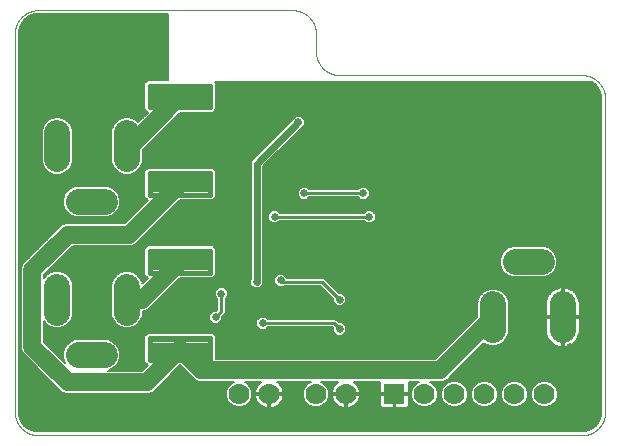
<source format=gbl>
G75*
%MOIN*%
%OFA0B0*%
%FSLAX25Y25*%
%IPPOS*%
%LPD*%
%AMOC8*
5,1,8,0,0,1.08239X$1,22.5*
%
%ADD10C,0.00000*%
%ADD11R,0.07000X0.07000*%
%ADD12C,0.07000*%
%ADD13C,0.08661*%
%ADD14C,0.01811*%
%ADD15C,0.02578*%
%ADD16C,0.01000*%
%ADD17C,0.02400*%
%ADD18C,0.00600*%
%ADD19C,0.15811*%
%ADD20C,0.05906*%
D10*
X0086176Y0058146D02*
X0267279Y0058146D01*
X0267469Y0058148D01*
X0267659Y0058155D01*
X0267849Y0058167D01*
X0268039Y0058183D01*
X0268228Y0058203D01*
X0268417Y0058229D01*
X0268605Y0058258D01*
X0268792Y0058293D01*
X0268978Y0058332D01*
X0269163Y0058375D01*
X0269348Y0058423D01*
X0269531Y0058475D01*
X0269712Y0058531D01*
X0269892Y0058592D01*
X0270071Y0058658D01*
X0270248Y0058727D01*
X0270424Y0058801D01*
X0270597Y0058879D01*
X0270769Y0058962D01*
X0270938Y0059048D01*
X0271106Y0059138D01*
X0271271Y0059233D01*
X0271434Y0059331D01*
X0271594Y0059434D01*
X0271752Y0059540D01*
X0271907Y0059650D01*
X0272060Y0059763D01*
X0272210Y0059881D01*
X0272356Y0060002D01*
X0272500Y0060126D01*
X0272641Y0060254D01*
X0272779Y0060385D01*
X0272914Y0060520D01*
X0273045Y0060658D01*
X0273173Y0060799D01*
X0273297Y0060943D01*
X0273418Y0061089D01*
X0273536Y0061239D01*
X0273649Y0061392D01*
X0273759Y0061547D01*
X0273865Y0061705D01*
X0273968Y0061865D01*
X0274066Y0062028D01*
X0274161Y0062193D01*
X0274251Y0062361D01*
X0274337Y0062530D01*
X0274420Y0062702D01*
X0274498Y0062875D01*
X0274572Y0063051D01*
X0274641Y0063228D01*
X0274707Y0063407D01*
X0274768Y0063587D01*
X0274824Y0063768D01*
X0274876Y0063951D01*
X0274924Y0064136D01*
X0274967Y0064321D01*
X0275006Y0064507D01*
X0275041Y0064694D01*
X0275070Y0064882D01*
X0275096Y0065071D01*
X0275116Y0065260D01*
X0275132Y0065450D01*
X0275144Y0065640D01*
X0275151Y0065830D01*
X0275153Y0066020D01*
X0275153Y0170350D01*
X0275151Y0170540D01*
X0275144Y0170730D01*
X0275132Y0170920D01*
X0275116Y0171110D01*
X0275096Y0171299D01*
X0275070Y0171488D01*
X0275041Y0171676D01*
X0275006Y0171863D01*
X0274967Y0172049D01*
X0274924Y0172234D01*
X0274876Y0172419D01*
X0274824Y0172602D01*
X0274768Y0172783D01*
X0274707Y0172963D01*
X0274641Y0173142D01*
X0274572Y0173319D01*
X0274498Y0173495D01*
X0274420Y0173668D01*
X0274337Y0173840D01*
X0274251Y0174009D01*
X0274161Y0174177D01*
X0274066Y0174342D01*
X0273968Y0174505D01*
X0273865Y0174665D01*
X0273759Y0174823D01*
X0273649Y0174978D01*
X0273536Y0175131D01*
X0273418Y0175281D01*
X0273297Y0175427D01*
X0273173Y0175571D01*
X0273045Y0175712D01*
X0272914Y0175850D01*
X0272779Y0175985D01*
X0272641Y0176116D01*
X0272500Y0176244D01*
X0272356Y0176368D01*
X0272210Y0176489D01*
X0272060Y0176607D01*
X0271907Y0176720D01*
X0271752Y0176830D01*
X0271594Y0176936D01*
X0271434Y0177039D01*
X0271271Y0177137D01*
X0271106Y0177232D01*
X0270938Y0177322D01*
X0270769Y0177408D01*
X0270597Y0177491D01*
X0270424Y0177569D01*
X0270248Y0177643D01*
X0270071Y0177712D01*
X0269892Y0177778D01*
X0269712Y0177839D01*
X0269531Y0177895D01*
X0269348Y0177947D01*
X0269163Y0177995D01*
X0268978Y0178038D01*
X0268792Y0178077D01*
X0268605Y0178112D01*
X0268417Y0178141D01*
X0268228Y0178167D01*
X0268039Y0178187D01*
X0267849Y0178203D01*
X0267659Y0178215D01*
X0267469Y0178222D01*
X0267279Y0178224D01*
X0186570Y0178224D01*
X0186380Y0178226D01*
X0186190Y0178233D01*
X0186000Y0178245D01*
X0185810Y0178261D01*
X0185621Y0178281D01*
X0185432Y0178307D01*
X0185244Y0178336D01*
X0185057Y0178371D01*
X0184871Y0178410D01*
X0184686Y0178453D01*
X0184501Y0178501D01*
X0184318Y0178553D01*
X0184137Y0178609D01*
X0183957Y0178670D01*
X0183778Y0178736D01*
X0183601Y0178805D01*
X0183425Y0178879D01*
X0183252Y0178957D01*
X0183080Y0179040D01*
X0182911Y0179126D01*
X0182743Y0179216D01*
X0182578Y0179311D01*
X0182415Y0179409D01*
X0182255Y0179512D01*
X0182097Y0179618D01*
X0181942Y0179728D01*
X0181789Y0179841D01*
X0181639Y0179959D01*
X0181493Y0180080D01*
X0181349Y0180204D01*
X0181208Y0180332D01*
X0181070Y0180463D01*
X0180935Y0180598D01*
X0180804Y0180736D01*
X0180676Y0180877D01*
X0180552Y0181021D01*
X0180431Y0181167D01*
X0180313Y0181317D01*
X0180200Y0181470D01*
X0180090Y0181625D01*
X0179984Y0181783D01*
X0179881Y0181943D01*
X0179783Y0182106D01*
X0179688Y0182271D01*
X0179598Y0182439D01*
X0179512Y0182608D01*
X0179429Y0182780D01*
X0179351Y0182953D01*
X0179277Y0183129D01*
X0179208Y0183306D01*
X0179142Y0183485D01*
X0179081Y0183665D01*
X0179025Y0183846D01*
X0178973Y0184029D01*
X0178925Y0184214D01*
X0178882Y0184399D01*
X0178843Y0184585D01*
X0178808Y0184772D01*
X0178779Y0184960D01*
X0178753Y0185149D01*
X0178733Y0185338D01*
X0178717Y0185528D01*
X0178705Y0185718D01*
X0178698Y0185908D01*
X0178696Y0186098D01*
X0178696Y0192004D01*
X0178694Y0192194D01*
X0178687Y0192384D01*
X0178675Y0192574D01*
X0178659Y0192764D01*
X0178639Y0192953D01*
X0178613Y0193142D01*
X0178584Y0193330D01*
X0178549Y0193517D01*
X0178510Y0193703D01*
X0178467Y0193888D01*
X0178419Y0194073D01*
X0178367Y0194256D01*
X0178311Y0194437D01*
X0178250Y0194617D01*
X0178184Y0194796D01*
X0178115Y0194973D01*
X0178041Y0195149D01*
X0177963Y0195322D01*
X0177880Y0195494D01*
X0177794Y0195663D01*
X0177704Y0195831D01*
X0177609Y0195996D01*
X0177511Y0196159D01*
X0177408Y0196319D01*
X0177302Y0196477D01*
X0177192Y0196632D01*
X0177079Y0196785D01*
X0176961Y0196935D01*
X0176840Y0197081D01*
X0176716Y0197225D01*
X0176588Y0197366D01*
X0176457Y0197504D01*
X0176322Y0197639D01*
X0176184Y0197770D01*
X0176043Y0197898D01*
X0175899Y0198022D01*
X0175753Y0198143D01*
X0175603Y0198261D01*
X0175450Y0198374D01*
X0175295Y0198484D01*
X0175137Y0198590D01*
X0174977Y0198693D01*
X0174814Y0198791D01*
X0174649Y0198886D01*
X0174481Y0198976D01*
X0174312Y0199062D01*
X0174140Y0199145D01*
X0173967Y0199223D01*
X0173791Y0199297D01*
X0173614Y0199366D01*
X0173435Y0199432D01*
X0173255Y0199493D01*
X0173074Y0199549D01*
X0172891Y0199601D01*
X0172706Y0199649D01*
X0172521Y0199692D01*
X0172335Y0199731D01*
X0172148Y0199766D01*
X0171960Y0199795D01*
X0171771Y0199821D01*
X0171582Y0199841D01*
X0171392Y0199857D01*
X0171202Y0199869D01*
X0171012Y0199876D01*
X0170822Y0199878D01*
X0086176Y0199878D01*
X0085986Y0199876D01*
X0085796Y0199869D01*
X0085606Y0199857D01*
X0085416Y0199841D01*
X0085227Y0199821D01*
X0085038Y0199795D01*
X0084850Y0199766D01*
X0084663Y0199731D01*
X0084477Y0199692D01*
X0084292Y0199649D01*
X0084107Y0199601D01*
X0083924Y0199549D01*
X0083743Y0199493D01*
X0083563Y0199432D01*
X0083384Y0199366D01*
X0083207Y0199297D01*
X0083031Y0199223D01*
X0082858Y0199145D01*
X0082686Y0199062D01*
X0082517Y0198976D01*
X0082349Y0198886D01*
X0082184Y0198791D01*
X0082021Y0198693D01*
X0081861Y0198590D01*
X0081703Y0198484D01*
X0081548Y0198374D01*
X0081395Y0198261D01*
X0081245Y0198143D01*
X0081099Y0198022D01*
X0080955Y0197898D01*
X0080814Y0197770D01*
X0080676Y0197639D01*
X0080541Y0197504D01*
X0080410Y0197366D01*
X0080282Y0197225D01*
X0080158Y0197081D01*
X0080037Y0196935D01*
X0079919Y0196785D01*
X0079806Y0196632D01*
X0079696Y0196477D01*
X0079590Y0196319D01*
X0079487Y0196159D01*
X0079389Y0195996D01*
X0079294Y0195831D01*
X0079204Y0195663D01*
X0079118Y0195494D01*
X0079035Y0195322D01*
X0078957Y0195149D01*
X0078883Y0194973D01*
X0078814Y0194796D01*
X0078748Y0194617D01*
X0078687Y0194437D01*
X0078631Y0194256D01*
X0078579Y0194073D01*
X0078531Y0193888D01*
X0078488Y0193703D01*
X0078449Y0193517D01*
X0078414Y0193330D01*
X0078385Y0193142D01*
X0078359Y0192953D01*
X0078339Y0192764D01*
X0078323Y0192574D01*
X0078311Y0192384D01*
X0078304Y0192194D01*
X0078302Y0192004D01*
X0078302Y0066020D01*
X0078304Y0065830D01*
X0078311Y0065640D01*
X0078323Y0065450D01*
X0078339Y0065260D01*
X0078359Y0065071D01*
X0078385Y0064882D01*
X0078414Y0064694D01*
X0078449Y0064507D01*
X0078488Y0064321D01*
X0078531Y0064136D01*
X0078579Y0063951D01*
X0078631Y0063768D01*
X0078687Y0063587D01*
X0078748Y0063407D01*
X0078814Y0063228D01*
X0078883Y0063051D01*
X0078957Y0062875D01*
X0079035Y0062702D01*
X0079118Y0062530D01*
X0079204Y0062361D01*
X0079294Y0062193D01*
X0079389Y0062028D01*
X0079487Y0061865D01*
X0079590Y0061705D01*
X0079696Y0061547D01*
X0079806Y0061392D01*
X0079919Y0061239D01*
X0080037Y0061089D01*
X0080158Y0060943D01*
X0080282Y0060799D01*
X0080410Y0060658D01*
X0080541Y0060520D01*
X0080676Y0060385D01*
X0080814Y0060254D01*
X0080955Y0060126D01*
X0081099Y0060002D01*
X0081245Y0059881D01*
X0081395Y0059763D01*
X0081548Y0059650D01*
X0081703Y0059540D01*
X0081861Y0059434D01*
X0082021Y0059331D01*
X0082184Y0059233D01*
X0082349Y0059138D01*
X0082517Y0059048D01*
X0082686Y0058962D01*
X0082858Y0058879D01*
X0083031Y0058801D01*
X0083207Y0058727D01*
X0083384Y0058658D01*
X0083563Y0058592D01*
X0083743Y0058531D01*
X0083924Y0058475D01*
X0084107Y0058423D01*
X0084292Y0058375D01*
X0084477Y0058332D01*
X0084663Y0058293D01*
X0084850Y0058258D01*
X0085038Y0058229D01*
X0085227Y0058203D01*
X0085416Y0058183D01*
X0085606Y0058167D01*
X0085796Y0058155D01*
X0085986Y0058148D01*
X0086176Y0058146D01*
D11*
X0204877Y0071925D03*
D12*
X0214877Y0071925D03*
X0224877Y0071925D03*
X0234877Y0071925D03*
X0244877Y0071925D03*
X0254877Y0071925D03*
X0188696Y0071925D03*
X0178696Y0071925D03*
X0163106Y0071925D03*
X0153106Y0071925D03*
D13*
X0115704Y0099091D02*
X0115704Y0107752D01*
X0092476Y0107752D02*
X0092476Y0099091D01*
X0099562Y0084917D02*
X0108224Y0084917D01*
X0108224Y0136098D02*
X0099562Y0136098D01*
X0092476Y0150272D02*
X0092476Y0158933D01*
X0115704Y0158933D02*
X0115704Y0150272D01*
X0237751Y0101846D02*
X0237751Y0093185D01*
X0260980Y0093185D02*
X0260980Y0101846D01*
X0253893Y0116020D02*
X0245232Y0116020D01*
D14*
X0143539Y0119642D02*
X0143539Y0112398D01*
X0123303Y0112398D01*
X0123303Y0119642D01*
X0143539Y0119642D01*
X0143539Y0114118D02*
X0123303Y0114118D01*
X0123303Y0115838D02*
X0143539Y0115838D01*
X0143539Y0117558D02*
X0123303Y0117558D01*
X0123303Y0119278D02*
X0143539Y0119278D01*
X0143539Y0138382D02*
X0143539Y0145626D01*
X0143539Y0138382D02*
X0123303Y0138382D01*
X0123303Y0145626D01*
X0143539Y0145626D01*
X0143539Y0140102D02*
X0123303Y0140102D01*
X0123303Y0141822D02*
X0143539Y0141822D01*
X0143539Y0143542D02*
X0123303Y0143542D01*
X0123303Y0145262D02*
X0143539Y0145262D01*
X0143539Y0167516D02*
X0143539Y0174760D01*
X0143539Y0167516D02*
X0123303Y0167516D01*
X0123303Y0174760D01*
X0143539Y0174760D01*
X0143539Y0169236D02*
X0123303Y0169236D01*
X0123303Y0170956D02*
X0143539Y0170956D01*
X0143539Y0172676D02*
X0123303Y0172676D01*
X0123303Y0174396D02*
X0143539Y0174396D01*
X0143539Y0090508D02*
X0143539Y0083264D01*
X0123303Y0083264D01*
X0123303Y0090508D01*
X0143539Y0090508D01*
X0143539Y0084984D02*
X0123303Y0084984D01*
X0123303Y0086704D02*
X0143539Y0086704D01*
X0143539Y0088424D02*
X0123303Y0088424D01*
X0123303Y0090144D02*
X0143539Y0090144D01*
D15*
X0151137Y0091610D03*
X0145232Y0097516D03*
X0136491Y0098146D03*
X0132554Y0098146D03*
X0132554Y0102083D03*
X0147190Y0105400D03*
X0159011Y0109327D03*
X0166885Y0109838D03*
X0166885Y0098303D03*
X0160980Y0095547D03*
X0170822Y0089642D03*
X0175547Y0087280D03*
X0186570Y0093579D03*
X0194444Y0085705D03*
X0186570Y0103421D03*
X0204287Y0121138D03*
X0200350Y0130980D03*
X0196413Y0130980D03*
X0185070Y0135480D03*
X0194444Y0138854D03*
X0196413Y0142791D03*
X0196413Y0150665D03*
X0196413Y0158539D03*
X0196413Y0166413D03*
X0184602Y0170350D03*
X0172791Y0162476D03*
X0151137Y0146728D03*
X0134523Y0153177D03*
X0131452Y0156571D03*
X0131452Y0160508D03*
X0119641Y0164445D03*
X0146806Y0161689D03*
X0174759Y0138854D03*
X0164917Y0130980D03*
X0208224Y0140823D03*
X0216098Y0140823D03*
X0227909Y0142791D03*
X0227909Y0150665D03*
X0227909Y0158539D03*
X0227909Y0166413D03*
X0216098Y0168382D03*
X0208224Y0168382D03*
X0241688Y0174287D03*
X0259405Y0148697D03*
X0235783Y0130980D03*
X0263342Y0087673D03*
X0265310Y0067988D03*
X0239720Y0066020D03*
X0131452Y0075862D03*
X0101924Y0093579D03*
X0082239Y0134917D03*
X0090113Y0190035D03*
D16*
X0174759Y0138854D02*
X0194444Y0138854D01*
X0196413Y0130980D02*
X0164917Y0130980D01*
X0166885Y0109838D02*
X0167396Y0109327D01*
X0180665Y0109327D01*
X0186570Y0103421D01*
X0184602Y0095547D02*
X0186570Y0093579D01*
X0184602Y0095547D02*
X0160980Y0095547D01*
X0147190Y0099474D02*
X0145232Y0097516D01*
X0147190Y0099474D02*
X0147190Y0105400D01*
D17*
X0159011Y0109327D02*
X0159011Y0148697D01*
X0172791Y0162476D01*
D18*
X0083192Y0060162D02*
X0081528Y0061371D01*
X0080319Y0063035D01*
X0079683Y0064991D01*
X0079602Y0066020D01*
X0079602Y0192004D01*
X0079683Y0193032D01*
X0080319Y0194988D01*
X0081528Y0196652D01*
X0083192Y0197861D01*
X0085148Y0198497D01*
X0086176Y0198578D01*
X0129484Y0198578D01*
X0129484Y0176565D01*
X0122555Y0176565D01*
X0121497Y0175508D01*
X0121497Y0166768D01*
X0122549Y0165715D01*
X0119434Y0162600D01*
X0118667Y0163367D01*
X0116744Y0164164D01*
X0114664Y0164164D01*
X0112741Y0163367D01*
X0111270Y0161896D01*
X0110473Y0159974D01*
X0110473Y0149231D01*
X0111270Y0147309D01*
X0112741Y0145837D01*
X0114664Y0145041D01*
X0116744Y0145041D01*
X0118667Y0145837D01*
X0120138Y0147309D01*
X0120935Y0149231D01*
X0120935Y0153203D01*
X0133442Y0165710D01*
X0144287Y0165710D01*
X0145344Y0166768D01*
X0145344Y0175508D01*
X0144896Y0175956D01*
X0270610Y0175956D01*
X0271927Y0174999D01*
X0273136Y0173335D01*
X0273772Y0171379D01*
X0273853Y0170350D01*
X0273853Y0066020D01*
X0273772Y0064991D01*
X0273136Y0063035D01*
X0271927Y0061371D01*
X0270263Y0060162D01*
X0268307Y0059527D01*
X0267279Y0059446D01*
X0086176Y0059446D01*
X0085148Y0059527D01*
X0083192Y0060162D01*
X0082672Y0060540D02*
X0270783Y0060540D01*
X0271607Y0061138D02*
X0081849Y0061138D01*
X0081262Y0061737D02*
X0272193Y0061737D01*
X0272628Y0062335D02*
X0080827Y0062335D01*
X0080393Y0062934D02*
X0273063Y0062934D01*
X0273298Y0063532D02*
X0080157Y0063532D01*
X0079963Y0064131D02*
X0273492Y0064131D01*
X0273687Y0064729D02*
X0079768Y0064729D01*
X0079657Y0065328D02*
X0273798Y0065328D01*
X0273845Y0065926D02*
X0079610Y0065926D01*
X0079602Y0066525D02*
X0273853Y0066525D01*
X0273853Y0067123D02*
X0079602Y0067123D01*
X0079602Y0067722D02*
X0151756Y0067722D01*
X0152230Y0067525D02*
X0153981Y0067525D01*
X0155598Y0068195D01*
X0156836Y0069433D01*
X0157506Y0071050D01*
X0157506Y0072800D01*
X0156836Y0074418D01*
X0155598Y0075655D01*
X0154895Y0075946D01*
X0160474Y0075946D01*
X0159979Y0075586D01*
X0159444Y0075052D01*
X0159000Y0074441D01*
X0158657Y0073768D01*
X0158424Y0073049D01*
X0158306Y0072303D01*
X0158306Y0072225D01*
X0162806Y0072225D01*
X0162806Y0071625D01*
X0163406Y0071625D01*
X0163406Y0072225D01*
X0167906Y0072225D01*
X0167906Y0072303D01*
X0167787Y0073049D01*
X0167554Y0073768D01*
X0167211Y0074441D01*
X0166767Y0075052D01*
X0166233Y0075586D01*
X0165737Y0075946D01*
X0176907Y0075946D01*
X0176204Y0075655D01*
X0174966Y0074418D01*
X0174296Y0072800D01*
X0174296Y0071050D01*
X0174966Y0069433D01*
X0176204Y0068195D01*
X0177821Y0067525D01*
X0179571Y0067525D01*
X0181189Y0068195D01*
X0182426Y0069433D01*
X0183096Y0071050D01*
X0183096Y0072800D01*
X0182426Y0074418D01*
X0181189Y0075655D01*
X0180486Y0075946D01*
X0186065Y0075946D01*
X0185569Y0075586D01*
X0185035Y0075052D01*
X0184591Y0074441D01*
X0184248Y0073768D01*
X0184014Y0073049D01*
X0183896Y0072303D01*
X0183896Y0072225D01*
X0188396Y0072225D01*
X0188396Y0071625D01*
X0188996Y0071625D01*
X0188996Y0067125D01*
X0189074Y0067125D01*
X0189820Y0067243D01*
X0190539Y0067477D01*
X0191212Y0067820D01*
X0191823Y0068264D01*
X0192357Y0068798D01*
X0192801Y0069409D01*
X0193144Y0070083D01*
X0193378Y0070801D01*
X0193496Y0071547D01*
X0193496Y0071625D01*
X0188996Y0071625D01*
X0188996Y0072225D01*
X0193496Y0072225D01*
X0193496Y0072303D01*
X0193378Y0073049D01*
X0193144Y0073768D01*
X0192801Y0074441D01*
X0192357Y0075052D01*
X0191823Y0075586D01*
X0191328Y0075946D01*
X0200177Y0075946D01*
X0200166Y0075927D01*
X0200077Y0075596D01*
X0200077Y0072225D01*
X0204577Y0072225D01*
X0204577Y0071625D01*
X0205177Y0071625D01*
X0205177Y0067125D01*
X0208548Y0067125D01*
X0208879Y0067214D01*
X0209175Y0067385D01*
X0209417Y0067627D01*
X0209589Y0067923D01*
X0209677Y0068254D01*
X0209677Y0071625D01*
X0205177Y0071625D01*
X0205177Y0072225D01*
X0209677Y0072225D01*
X0209677Y0075596D01*
X0209589Y0075927D01*
X0209577Y0075946D01*
X0213088Y0075946D01*
X0212385Y0075655D01*
X0211147Y0074418D01*
X0210477Y0072800D01*
X0210477Y0071050D01*
X0211147Y0069433D01*
X0212385Y0068195D01*
X0214002Y0067525D01*
X0215752Y0067525D01*
X0217370Y0068195D01*
X0218607Y0069433D01*
X0219277Y0071050D01*
X0219277Y0072800D01*
X0218607Y0074418D01*
X0217370Y0075655D01*
X0216667Y0075946D01*
X0219996Y0075946D01*
X0220563Y0075889D01*
X0220756Y0075946D01*
X0220959Y0075946D01*
X0221485Y0076165D01*
X0222031Y0076328D01*
X0222188Y0076456D01*
X0222375Y0076533D01*
X0222778Y0076936D01*
X0223220Y0077296D01*
X0223316Y0077474D01*
X0223458Y0077617D01*
X0223570Y0077886D01*
X0234612Y0088927D01*
X0234788Y0088751D01*
X0236711Y0087954D01*
X0238792Y0087954D01*
X0240714Y0088751D01*
X0242186Y0090222D01*
X0242982Y0092145D01*
X0242982Y0102887D01*
X0242186Y0104809D01*
X0240714Y0106281D01*
X0238792Y0107077D01*
X0236711Y0107077D01*
X0234788Y0106281D01*
X0233317Y0104809D01*
X0232521Y0102887D01*
X0232521Y0097734D01*
X0218439Y0083652D01*
X0145344Y0083652D01*
X0145344Y0091256D01*
X0144287Y0092313D01*
X0122555Y0092313D01*
X0121497Y0091256D01*
X0121497Y0082516D01*
X0122549Y0081463D01*
X0120801Y0079715D01*
X0109333Y0079715D01*
X0111187Y0080483D01*
X0112658Y0081954D01*
X0113454Y0083877D01*
X0113454Y0085958D01*
X0112658Y0087880D01*
X0111187Y0089352D01*
X0109264Y0090148D01*
X0098522Y0090148D01*
X0096599Y0089352D01*
X0095128Y0087880D01*
X0094332Y0085958D01*
X0094332Y0083877D01*
X0094953Y0082377D01*
X0088061Y0089269D01*
X0088061Y0096108D01*
X0089513Y0094656D01*
X0091435Y0093860D01*
X0093516Y0093860D01*
X0095439Y0094656D01*
X0096910Y0096128D01*
X0097706Y0098050D01*
X0097706Y0108792D01*
X0096910Y0110715D01*
X0095439Y0112186D01*
X0093516Y0112983D01*
X0091435Y0112983D01*
X0089513Y0112186D01*
X0088061Y0110734D01*
X0088061Y0111668D01*
X0097615Y0121222D01*
X0117258Y0121222D01*
X0118674Y0121809D01*
X0119758Y0122892D01*
X0119758Y0122892D01*
X0133442Y0136576D01*
X0144287Y0136576D01*
X0145344Y0137634D01*
X0145344Y0146374D01*
X0144287Y0147431D01*
X0122555Y0147431D01*
X0121497Y0146374D01*
X0121497Y0137634D01*
X0122549Y0136581D01*
X0114896Y0128928D01*
X0095253Y0128928D01*
X0093837Y0128341D01*
X0092753Y0127257D01*
X0082026Y0116530D01*
X0080942Y0115446D01*
X0080355Y0114030D01*
X0080355Y0086907D01*
X0080942Y0085491D01*
X0092753Y0073680D01*
X0093837Y0072596D01*
X0095253Y0072009D01*
X0123163Y0072009D01*
X0124579Y0072596D01*
X0125663Y0073680D01*
X0133421Y0081437D01*
X0137241Y0077617D01*
X0138325Y0076533D01*
X0139741Y0075946D01*
X0151316Y0075946D01*
X0150613Y0075655D01*
X0149375Y0074418D01*
X0148706Y0072800D01*
X0148706Y0071050D01*
X0149375Y0069433D01*
X0150613Y0068195D01*
X0152230Y0067525D01*
X0150488Y0068320D02*
X0079602Y0068320D01*
X0079602Y0068919D02*
X0149889Y0068919D01*
X0149340Y0069517D02*
X0079602Y0069517D01*
X0079602Y0070116D02*
X0149092Y0070116D01*
X0148845Y0070714D02*
X0079602Y0070714D01*
X0079602Y0071313D02*
X0148706Y0071313D01*
X0148706Y0071911D02*
X0079602Y0071911D01*
X0079602Y0072510D02*
X0094044Y0072510D01*
X0093324Y0073108D02*
X0079602Y0073108D01*
X0079602Y0073707D02*
X0092726Y0073707D01*
X0092127Y0074305D02*
X0079602Y0074305D01*
X0079602Y0074904D02*
X0091529Y0074904D01*
X0090930Y0075502D02*
X0079602Y0075502D01*
X0079602Y0076101D02*
X0090332Y0076101D01*
X0089733Y0076700D02*
X0079602Y0076700D01*
X0079602Y0077298D02*
X0089135Y0077298D01*
X0088536Y0077897D02*
X0079602Y0077897D01*
X0079602Y0078495D02*
X0087937Y0078495D01*
X0087339Y0079094D02*
X0079602Y0079094D01*
X0079602Y0079692D02*
X0086740Y0079692D01*
X0086142Y0080291D02*
X0079602Y0080291D01*
X0079602Y0080889D02*
X0085543Y0080889D01*
X0084945Y0081488D02*
X0079602Y0081488D01*
X0079602Y0082086D02*
X0084346Y0082086D01*
X0083748Y0082685D02*
X0079602Y0082685D01*
X0079602Y0083283D02*
X0083149Y0083283D01*
X0082551Y0083882D02*
X0079602Y0083882D01*
X0079602Y0084480D02*
X0081952Y0084480D01*
X0081354Y0085079D02*
X0079602Y0085079D01*
X0079602Y0085677D02*
X0080865Y0085677D01*
X0080617Y0086276D02*
X0079602Y0086276D01*
X0079602Y0086874D02*
X0080369Y0086874D01*
X0080355Y0087473D02*
X0079602Y0087473D01*
X0079602Y0088071D02*
X0080355Y0088071D01*
X0080355Y0088670D02*
X0079602Y0088670D01*
X0079602Y0089268D02*
X0080355Y0089268D01*
X0080355Y0089867D02*
X0079602Y0089867D01*
X0079602Y0090465D02*
X0080355Y0090465D01*
X0080355Y0091064D02*
X0079602Y0091064D01*
X0079602Y0091662D02*
X0080355Y0091662D01*
X0080355Y0092261D02*
X0079602Y0092261D01*
X0079602Y0092859D02*
X0080355Y0092859D01*
X0080355Y0093458D02*
X0079602Y0093458D01*
X0079602Y0094056D02*
X0080355Y0094056D01*
X0080355Y0094655D02*
X0079602Y0094655D01*
X0079602Y0095253D02*
X0080355Y0095253D01*
X0080355Y0095852D02*
X0079602Y0095852D01*
X0079602Y0096450D02*
X0080355Y0096450D01*
X0080355Y0097049D02*
X0079602Y0097049D01*
X0079602Y0097647D02*
X0080355Y0097647D01*
X0080355Y0098246D02*
X0079602Y0098246D01*
X0079602Y0098844D02*
X0080355Y0098844D01*
X0080355Y0099443D02*
X0079602Y0099443D01*
X0079602Y0100041D02*
X0080355Y0100041D01*
X0080355Y0100640D02*
X0079602Y0100640D01*
X0079602Y0101238D02*
X0080355Y0101238D01*
X0080355Y0101837D02*
X0079602Y0101837D01*
X0079602Y0102436D02*
X0080355Y0102436D01*
X0080355Y0103034D02*
X0079602Y0103034D01*
X0079602Y0103633D02*
X0080355Y0103633D01*
X0080355Y0104231D02*
X0079602Y0104231D01*
X0079602Y0104830D02*
X0080355Y0104830D01*
X0080355Y0105428D02*
X0079602Y0105428D01*
X0079602Y0106027D02*
X0080355Y0106027D01*
X0080355Y0106625D02*
X0079602Y0106625D01*
X0079602Y0107224D02*
X0080355Y0107224D01*
X0080355Y0107822D02*
X0079602Y0107822D01*
X0079602Y0108421D02*
X0080355Y0108421D01*
X0080355Y0109019D02*
X0079602Y0109019D01*
X0079602Y0109618D02*
X0080355Y0109618D01*
X0080355Y0110216D02*
X0079602Y0110216D01*
X0079602Y0110815D02*
X0080355Y0110815D01*
X0080355Y0111413D02*
X0079602Y0111413D01*
X0079602Y0112012D02*
X0080355Y0112012D01*
X0080355Y0112610D02*
X0079602Y0112610D01*
X0079602Y0113209D02*
X0080355Y0113209D01*
X0080355Y0113807D02*
X0079602Y0113807D01*
X0079602Y0114406D02*
X0080511Y0114406D01*
X0080759Y0115004D02*
X0079602Y0115004D01*
X0079602Y0115603D02*
X0081098Y0115603D01*
X0081697Y0116201D02*
X0079602Y0116201D01*
X0079602Y0116800D02*
X0082295Y0116800D01*
X0082894Y0117398D02*
X0079602Y0117398D01*
X0079602Y0117997D02*
X0083492Y0117997D01*
X0084091Y0118595D02*
X0079602Y0118595D01*
X0079602Y0119194D02*
X0084689Y0119194D01*
X0085288Y0119792D02*
X0079602Y0119792D01*
X0079602Y0120391D02*
X0085886Y0120391D01*
X0086485Y0120989D02*
X0079602Y0120989D01*
X0079602Y0121588D02*
X0087083Y0121588D01*
X0087682Y0122186D02*
X0079602Y0122186D01*
X0079602Y0122785D02*
X0088280Y0122785D01*
X0088879Y0123383D02*
X0079602Y0123383D01*
X0079602Y0123982D02*
X0089477Y0123982D01*
X0090076Y0124580D02*
X0079602Y0124580D01*
X0079602Y0125179D02*
X0090674Y0125179D01*
X0091273Y0125777D02*
X0079602Y0125777D01*
X0079602Y0126376D02*
X0091872Y0126376D01*
X0092470Y0126974D02*
X0079602Y0126974D01*
X0079602Y0127573D02*
X0093069Y0127573D01*
X0093667Y0128171D02*
X0079602Y0128171D01*
X0079602Y0128770D02*
X0094872Y0128770D01*
X0096599Y0131664D02*
X0098522Y0130868D01*
X0109264Y0130868D01*
X0111187Y0131664D01*
X0112658Y0133135D01*
X0113454Y0135058D01*
X0113454Y0137139D01*
X0112658Y0139061D01*
X0111187Y0140533D01*
X0109264Y0141329D01*
X0098522Y0141329D01*
X0096599Y0140533D01*
X0095128Y0139061D01*
X0094332Y0137139D01*
X0094332Y0135058D01*
X0095128Y0133135D01*
X0096599Y0131664D01*
X0096501Y0131763D02*
X0079602Y0131763D01*
X0079602Y0132361D02*
X0095902Y0132361D01*
X0095304Y0132960D02*
X0079602Y0132960D01*
X0079602Y0133558D02*
X0094953Y0133558D01*
X0094705Y0134157D02*
X0079602Y0134157D01*
X0079602Y0134755D02*
X0094457Y0134755D01*
X0094332Y0135354D02*
X0079602Y0135354D01*
X0079602Y0135952D02*
X0094332Y0135952D01*
X0094332Y0136551D02*
X0079602Y0136551D01*
X0079602Y0137149D02*
X0094336Y0137149D01*
X0094584Y0137748D02*
X0079602Y0137748D01*
X0079602Y0138346D02*
X0094832Y0138346D01*
X0095080Y0138945D02*
X0079602Y0138945D01*
X0079602Y0139543D02*
X0095610Y0139543D01*
X0096208Y0140142D02*
X0079602Y0140142D01*
X0079602Y0140740D02*
X0097100Y0140740D01*
X0094693Y0145528D02*
X0113487Y0145528D01*
X0112451Y0146127D02*
X0095728Y0146127D01*
X0095439Y0145837D02*
X0096910Y0147309D01*
X0097706Y0149231D01*
X0097706Y0159974D01*
X0096910Y0161896D01*
X0095439Y0163367D01*
X0093516Y0164164D01*
X0091435Y0164164D01*
X0089513Y0163367D01*
X0088041Y0161896D01*
X0087245Y0159974D01*
X0087245Y0149231D01*
X0088041Y0147309D01*
X0089513Y0145837D01*
X0091435Y0145041D01*
X0093516Y0145041D01*
X0095439Y0145837D01*
X0096327Y0146725D02*
X0111853Y0146725D01*
X0111263Y0147324D02*
X0096916Y0147324D01*
X0097164Y0147922D02*
X0111015Y0147922D01*
X0110768Y0148521D02*
X0097412Y0148521D01*
X0097660Y0149119D02*
X0110520Y0149119D01*
X0110473Y0149718D02*
X0097706Y0149718D01*
X0097706Y0150316D02*
X0110473Y0150316D01*
X0110473Y0150915D02*
X0097706Y0150915D01*
X0097706Y0151513D02*
X0110473Y0151513D01*
X0110473Y0152112D02*
X0097706Y0152112D01*
X0097706Y0152710D02*
X0110473Y0152710D01*
X0110473Y0153309D02*
X0097706Y0153309D01*
X0097706Y0153907D02*
X0110473Y0153907D01*
X0110473Y0154506D02*
X0097706Y0154506D01*
X0097706Y0155105D02*
X0110473Y0155105D01*
X0110473Y0155703D02*
X0097706Y0155703D01*
X0097706Y0156302D02*
X0110473Y0156302D01*
X0110473Y0156900D02*
X0097706Y0156900D01*
X0097706Y0157499D02*
X0110473Y0157499D01*
X0110473Y0158097D02*
X0097706Y0158097D01*
X0097706Y0158696D02*
X0110473Y0158696D01*
X0110473Y0159294D02*
X0097706Y0159294D01*
X0097706Y0159893D02*
X0110473Y0159893D01*
X0110688Y0160491D02*
X0097492Y0160491D01*
X0097244Y0161090D02*
X0110936Y0161090D01*
X0111184Y0161688D02*
X0096996Y0161688D01*
X0096519Y0162287D02*
X0111660Y0162287D01*
X0112259Y0162885D02*
X0095921Y0162885D01*
X0095158Y0163484D02*
X0113022Y0163484D01*
X0114467Y0164082D02*
X0093713Y0164082D01*
X0091238Y0164082D02*
X0079602Y0164082D01*
X0079602Y0163484D02*
X0089793Y0163484D01*
X0089030Y0162885D02*
X0079602Y0162885D01*
X0079602Y0162287D02*
X0088432Y0162287D01*
X0087955Y0161688D02*
X0079602Y0161688D01*
X0079602Y0161090D02*
X0087707Y0161090D01*
X0087459Y0160491D02*
X0079602Y0160491D01*
X0079602Y0159893D02*
X0087245Y0159893D01*
X0087245Y0159294D02*
X0079602Y0159294D01*
X0079602Y0158696D02*
X0087245Y0158696D01*
X0087245Y0158097D02*
X0079602Y0158097D01*
X0079602Y0157499D02*
X0087245Y0157499D01*
X0087245Y0156900D02*
X0079602Y0156900D01*
X0079602Y0156302D02*
X0087245Y0156302D01*
X0087245Y0155703D02*
X0079602Y0155703D01*
X0079602Y0155105D02*
X0087245Y0155105D01*
X0087245Y0154506D02*
X0079602Y0154506D01*
X0079602Y0153907D02*
X0087245Y0153907D01*
X0087245Y0153309D02*
X0079602Y0153309D01*
X0079602Y0152710D02*
X0087245Y0152710D01*
X0087245Y0152112D02*
X0079602Y0152112D01*
X0079602Y0151513D02*
X0087245Y0151513D01*
X0087245Y0150915D02*
X0079602Y0150915D01*
X0079602Y0150316D02*
X0087245Y0150316D01*
X0087245Y0149718D02*
X0079602Y0149718D01*
X0079602Y0149119D02*
X0087291Y0149119D01*
X0087539Y0148521D02*
X0079602Y0148521D01*
X0079602Y0147922D02*
X0087787Y0147922D01*
X0088035Y0147324D02*
X0079602Y0147324D01*
X0079602Y0146725D02*
X0088625Y0146725D01*
X0089223Y0146127D02*
X0079602Y0146127D01*
X0079602Y0145528D02*
X0090259Y0145528D01*
X0079602Y0144930D02*
X0121497Y0144930D01*
X0121497Y0145528D02*
X0117921Y0145528D01*
X0118957Y0146127D02*
X0121497Y0146127D01*
X0121848Y0146725D02*
X0119555Y0146725D01*
X0120145Y0147324D02*
X0122447Y0147324D01*
X0120393Y0147922D02*
X0156911Y0147922D01*
X0156911Y0147324D02*
X0144394Y0147324D01*
X0144993Y0146725D02*
X0156911Y0146725D01*
X0156911Y0146127D02*
X0145344Y0146127D01*
X0145344Y0145528D02*
X0156911Y0145528D01*
X0156911Y0144930D02*
X0145344Y0144930D01*
X0145344Y0144331D02*
X0156911Y0144331D01*
X0156911Y0143733D02*
X0145344Y0143733D01*
X0145344Y0143134D02*
X0156911Y0143134D01*
X0156911Y0142536D02*
X0145344Y0142536D01*
X0145344Y0141937D02*
X0156911Y0141937D01*
X0156911Y0141339D02*
X0145344Y0141339D01*
X0145344Y0140740D02*
X0156911Y0140740D01*
X0156911Y0140142D02*
X0145344Y0140142D01*
X0145344Y0139543D02*
X0156911Y0139543D01*
X0156911Y0138945D02*
X0145344Y0138945D01*
X0145344Y0138346D02*
X0156911Y0138346D01*
X0156911Y0137748D02*
X0145344Y0137748D01*
X0144859Y0137149D02*
X0156911Y0137149D01*
X0156911Y0136551D02*
X0133416Y0136551D01*
X0132817Y0135952D02*
X0156911Y0135952D01*
X0156911Y0135354D02*
X0132219Y0135354D01*
X0131620Y0134755D02*
X0156911Y0134755D01*
X0156911Y0134157D02*
X0131022Y0134157D01*
X0130423Y0133558D02*
X0156911Y0133558D01*
X0156911Y0132960D02*
X0129825Y0132960D01*
X0129226Y0132361D02*
X0156911Y0132361D01*
X0156911Y0131763D02*
X0128628Y0131763D01*
X0128029Y0131164D02*
X0156911Y0131164D01*
X0156911Y0130566D02*
X0127431Y0130566D01*
X0126832Y0129967D02*
X0156911Y0129967D01*
X0156911Y0129369D02*
X0126234Y0129369D01*
X0125635Y0128770D02*
X0156911Y0128770D01*
X0156911Y0128171D02*
X0125037Y0128171D01*
X0124438Y0127573D02*
X0156911Y0127573D01*
X0156911Y0126974D02*
X0123840Y0126974D01*
X0123241Y0126376D02*
X0156911Y0126376D01*
X0156911Y0125777D02*
X0122643Y0125777D01*
X0122044Y0125179D02*
X0156911Y0125179D01*
X0156911Y0124580D02*
X0121446Y0124580D01*
X0120847Y0123982D02*
X0156911Y0123982D01*
X0156911Y0123383D02*
X0120249Y0123383D01*
X0119650Y0122785D02*
X0156911Y0122785D01*
X0156911Y0122186D02*
X0119052Y0122186D01*
X0118141Y0121588D02*
X0156911Y0121588D01*
X0156911Y0120989D02*
X0144744Y0120989D01*
X0144287Y0121447D02*
X0145344Y0120390D01*
X0145344Y0111650D01*
X0144287Y0110592D01*
X0133442Y0110592D01*
X0124088Y0101239D01*
X0123005Y0100155D01*
X0121588Y0099569D01*
X0120935Y0099569D01*
X0120935Y0098050D01*
X0120138Y0096128D01*
X0118667Y0094656D01*
X0116744Y0093860D01*
X0114664Y0093860D01*
X0112741Y0094656D01*
X0111270Y0096128D01*
X0110473Y0098050D01*
X0110473Y0108792D01*
X0111270Y0110715D01*
X0112741Y0112186D01*
X0114664Y0112983D01*
X0116744Y0112983D01*
X0118667Y0112186D01*
X0120138Y0110715D01*
X0120879Y0108927D01*
X0122549Y0110597D01*
X0121497Y0111650D01*
X0121497Y0120390D01*
X0122555Y0121447D01*
X0144287Y0121447D01*
X0145343Y0120391D02*
X0156911Y0120391D01*
X0156911Y0119792D02*
X0145344Y0119792D01*
X0145344Y0119194D02*
X0156911Y0119194D01*
X0156911Y0118595D02*
X0145344Y0118595D01*
X0145344Y0117997D02*
X0156911Y0117997D01*
X0156911Y0117398D02*
X0145344Y0117398D01*
X0145344Y0116800D02*
X0156911Y0116800D01*
X0156911Y0116201D02*
X0145344Y0116201D01*
X0145344Y0115603D02*
X0156911Y0115603D01*
X0156911Y0115004D02*
X0145344Y0115004D01*
X0145344Y0114406D02*
X0156911Y0114406D01*
X0156911Y0113807D02*
X0145344Y0113807D01*
X0145344Y0113209D02*
X0156911Y0113209D01*
X0156911Y0112610D02*
X0145344Y0112610D01*
X0145344Y0112012D02*
X0156911Y0112012D01*
X0156911Y0111413D02*
X0145108Y0111413D01*
X0144509Y0110815D02*
X0156911Y0110815D01*
X0156911Y0110322D02*
X0156822Y0110233D01*
X0156822Y0108420D01*
X0158104Y0107138D01*
X0159918Y0107138D01*
X0161200Y0108420D01*
X0161200Y0110233D01*
X0161111Y0110322D01*
X0161111Y0147827D01*
X0173571Y0160287D01*
X0173697Y0160287D01*
X0174980Y0161570D01*
X0174980Y0163383D01*
X0173697Y0164665D01*
X0171884Y0164665D01*
X0170602Y0163383D01*
X0170602Y0163257D01*
X0156911Y0149567D01*
X0156911Y0110322D01*
X0156822Y0110216D02*
X0133066Y0110216D01*
X0132467Y0109618D02*
X0156822Y0109618D01*
X0156822Y0109019D02*
X0131869Y0109019D01*
X0131270Y0108421D02*
X0156822Y0108421D01*
X0157420Y0107822D02*
X0130672Y0107822D01*
X0130073Y0107224D02*
X0145917Y0107224D01*
X0146283Y0107589D02*
X0145001Y0106307D01*
X0145001Y0104494D01*
X0145790Y0103705D01*
X0145790Y0100054D01*
X0145441Y0099705D01*
X0144325Y0099705D01*
X0143043Y0098422D01*
X0143043Y0096609D01*
X0144325Y0095327D01*
X0146138Y0095327D01*
X0147421Y0096609D01*
X0147421Y0097725D01*
X0148590Y0098894D01*
X0148590Y0103705D01*
X0149379Y0104494D01*
X0149379Y0106307D01*
X0148096Y0107589D01*
X0146283Y0107589D01*
X0145319Y0106625D02*
X0129475Y0106625D01*
X0128876Y0106027D02*
X0145001Y0106027D01*
X0145001Y0105428D02*
X0128278Y0105428D01*
X0127679Y0104830D02*
X0145001Y0104830D01*
X0145263Y0104231D02*
X0127081Y0104231D01*
X0126482Y0103633D02*
X0145790Y0103633D01*
X0145790Y0103034D02*
X0125884Y0103034D01*
X0125285Y0102436D02*
X0145790Y0102436D01*
X0145790Y0101837D02*
X0124686Y0101837D01*
X0124088Y0101238D02*
X0145790Y0101238D01*
X0145790Y0100640D02*
X0123489Y0100640D01*
X0122730Y0100041D02*
X0145777Y0100041D01*
X0144063Y0099443D02*
X0120935Y0099443D01*
X0120935Y0098844D02*
X0143465Y0098844D01*
X0143043Y0098246D02*
X0120935Y0098246D01*
X0120768Y0097647D02*
X0143043Y0097647D01*
X0143043Y0097049D02*
X0120520Y0097049D01*
X0120272Y0096450D02*
X0143201Y0096450D01*
X0143800Y0095852D02*
X0119863Y0095852D01*
X0119264Y0095253D02*
X0158791Y0095253D01*
X0158791Y0094655D02*
X0118664Y0094655D01*
X0117219Y0094056D02*
X0159375Y0094056D01*
X0158791Y0094641D02*
X0160073Y0093358D01*
X0161886Y0093358D01*
X0162675Y0094147D01*
X0184022Y0094147D01*
X0184381Y0093788D01*
X0184381Y0092672D01*
X0185663Y0091390D01*
X0187477Y0091390D01*
X0188759Y0092672D01*
X0188759Y0094485D01*
X0187477Y0095768D01*
X0186361Y0095768D01*
X0185182Y0096947D01*
X0162675Y0096947D01*
X0161886Y0097736D01*
X0160073Y0097736D01*
X0158791Y0096454D01*
X0158791Y0094641D01*
X0158791Y0095852D02*
X0146663Y0095852D01*
X0147262Y0096450D02*
X0158791Y0096450D01*
X0159386Y0097049D02*
X0147421Y0097049D01*
X0147421Y0097647D02*
X0159984Y0097647D01*
X0161975Y0097647D02*
X0232434Y0097647D01*
X0232521Y0098246D02*
X0147942Y0098246D01*
X0148540Y0098844D02*
X0232521Y0098844D01*
X0232521Y0099443D02*
X0148590Y0099443D01*
X0148590Y0100041D02*
X0232521Y0100041D01*
X0232521Y0100640D02*
X0148590Y0100640D01*
X0148590Y0101238D02*
X0185657Y0101238D01*
X0185663Y0101232D02*
X0187477Y0101232D01*
X0188759Y0102515D01*
X0188759Y0104328D01*
X0187477Y0105610D01*
X0186361Y0105610D01*
X0182065Y0109907D01*
X0181245Y0110727D01*
X0169074Y0110727D01*
X0169074Y0110744D01*
X0167792Y0112027D01*
X0165978Y0112027D01*
X0164696Y0110744D01*
X0164696Y0108931D01*
X0165978Y0107649D01*
X0167792Y0107649D01*
X0168070Y0107927D01*
X0180085Y0107927D01*
X0184381Y0103630D01*
X0184381Y0102515D01*
X0185663Y0101232D01*
X0185059Y0101837D02*
X0148590Y0101837D01*
X0148590Y0102436D02*
X0184460Y0102436D01*
X0184381Y0103034D02*
X0148590Y0103034D01*
X0148590Y0103633D02*
X0184379Y0103633D01*
X0183780Y0104231D02*
X0149116Y0104231D01*
X0149379Y0104830D02*
X0183182Y0104830D01*
X0182583Y0105428D02*
X0149379Y0105428D01*
X0149379Y0106027D02*
X0181985Y0106027D01*
X0181386Y0106625D02*
X0149060Y0106625D01*
X0148462Y0107224D02*
X0158019Y0107224D01*
X0160004Y0107224D02*
X0180788Y0107224D01*
X0180189Y0107822D02*
X0167965Y0107822D01*
X0165805Y0107822D02*
X0160602Y0107822D01*
X0161200Y0108421D02*
X0165207Y0108421D01*
X0164696Y0109019D02*
X0161200Y0109019D01*
X0161200Y0109618D02*
X0164696Y0109618D01*
X0164696Y0110216D02*
X0161200Y0110216D01*
X0161111Y0110815D02*
X0164766Y0110815D01*
X0165365Y0111413D02*
X0161111Y0111413D01*
X0161111Y0112012D02*
X0165963Y0112012D01*
X0167807Y0112012D02*
X0241842Y0112012D01*
X0242269Y0111585D02*
X0244191Y0110789D01*
X0254933Y0110789D01*
X0256856Y0111585D01*
X0258327Y0113057D01*
X0259124Y0114979D01*
X0259124Y0117060D01*
X0258327Y0118983D01*
X0256856Y0120454D01*
X0254933Y0121250D01*
X0244191Y0121250D01*
X0242269Y0120454D01*
X0240797Y0118983D01*
X0240001Y0117060D01*
X0240001Y0114979D01*
X0240797Y0113057D01*
X0242269Y0111585D01*
X0242684Y0111413D02*
X0168405Y0111413D01*
X0169004Y0110815D02*
X0244129Y0110815D01*
X0241244Y0112610D02*
X0161111Y0112610D01*
X0161111Y0113209D02*
X0240734Y0113209D01*
X0240486Y0113807D02*
X0161111Y0113807D01*
X0161111Y0114406D02*
X0240238Y0114406D01*
X0240001Y0115004D02*
X0161111Y0115004D01*
X0161111Y0115603D02*
X0240001Y0115603D01*
X0240001Y0116201D02*
X0161111Y0116201D01*
X0161111Y0116800D02*
X0240001Y0116800D01*
X0240141Y0117398D02*
X0161111Y0117398D01*
X0161111Y0117997D02*
X0240389Y0117997D01*
X0240637Y0118595D02*
X0161111Y0118595D01*
X0161111Y0119194D02*
X0241008Y0119194D01*
X0241607Y0119792D02*
X0161111Y0119792D01*
X0161111Y0120391D02*
X0242205Y0120391D01*
X0243561Y0120989D02*
X0161111Y0120989D01*
X0161111Y0121588D02*
X0273853Y0121588D01*
X0273853Y0122186D02*
X0161111Y0122186D01*
X0161111Y0122785D02*
X0273853Y0122785D01*
X0273853Y0123383D02*
X0161111Y0123383D01*
X0161111Y0123982D02*
X0273853Y0123982D01*
X0273853Y0124580D02*
X0161111Y0124580D01*
X0161111Y0125179D02*
X0273853Y0125179D01*
X0273853Y0125777D02*
X0161111Y0125777D01*
X0161111Y0126376D02*
X0273853Y0126376D01*
X0273853Y0126974D02*
X0161111Y0126974D01*
X0161111Y0127573D02*
X0273853Y0127573D01*
X0273853Y0128171D02*
X0161111Y0128171D01*
X0161111Y0128770D02*
X0273853Y0128770D01*
X0273853Y0129369D02*
X0197897Y0129369D01*
X0197319Y0128791D02*
X0198602Y0130074D01*
X0198602Y0131887D01*
X0197319Y0133169D01*
X0195506Y0133169D01*
X0194717Y0132380D01*
X0166612Y0132380D01*
X0165823Y0133169D01*
X0164010Y0133169D01*
X0162728Y0131887D01*
X0162728Y0130074D01*
X0164010Y0128791D01*
X0165823Y0128791D01*
X0166612Y0129580D01*
X0194717Y0129580D01*
X0195506Y0128791D01*
X0197319Y0128791D01*
X0198495Y0129967D02*
X0273853Y0129967D01*
X0273853Y0130566D02*
X0198602Y0130566D01*
X0198602Y0131164D02*
X0273853Y0131164D01*
X0273853Y0131763D02*
X0198602Y0131763D01*
X0198128Y0132361D02*
X0273853Y0132361D01*
X0273853Y0132960D02*
X0197529Y0132960D01*
X0195296Y0132960D02*
X0166033Y0132960D01*
X0163800Y0132960D02*
X0161111Y0132960D01*
X0161111Y0133558D02*
X0273853Y0133558D01*
X0273853Y0134157D02*
X0161111Y0134157D01*
X0161111Y0134755D02*
X0273853Y0134755D01*
X0273853Y0135354D02*
X0161111Y0135354D01*
X0161111Y0135952D02*
X0273853Y0135952D01*
X0273853Y0136551D02*
X0161111Y0136551D01*
X0161111Y0137149D02*
X0173369Y0137149D01*
X0173852Y0136665D02*
X0175666Y0136665D01*
X0176455Y0137454D01*
X0192748Y0137454D01*
X0193537Y0136665D01*
X0195351Y0136665D01*
X0196633Y0137948D01*
X0196633Y0139761D01*
X0195351Y0141043D01*
X0193537Y0141043D01*
X0192748Y0140254D01*
X0176455Y0140254D01*
X0175666Y0141043D01*
X0173852Y0141043D01*
X0172570Y0139761D01*
X0172570Y0137948D01*
X0173852Y0136665D01*
X0172770Y0137748D02*
X0161111Y0137748D01*
X0161111Y0138346D02*
X0172570Y0138346D01*
X0172570Y0138945D02*
X0161111Y0138945D01*
X0161111Y0139543D02*
X0172570Y0139543D01*
X0172951Y0140142D02*
X0161111Y0140142D01*
X0161111Y0140740D02*
X0173549Y0140740D01*
X0175969Y0140740D02*
X0193234Y0140740D01*
X0195654Y0140740D02*
X0273853Y0140740D01*
X0273853Y0140142D02*
X0196252Y0140142D01*
X0196633Y0139543D02*
X0273853Y0139543D01*
X0273853Y0138945D02*
X0196633Y0138945D01*
X0196633Y0138346D02*
X0273853Y0138346D01*
X0273853Y0137748D02*
X0196433Y0137748D01*
X0195835Y0137149D02*
X0273853Y0137149D01*
X0273853Y0141339D02*
X0161111Y0141339D01*
X0161111Y0141937D02*
X0273853Y0141937D01*
X0273853Y0142536D02*
X0161111Y0142536D01*
X0161111Y0143134D02*
X0273853Y0143134D01*
X0273853Y0143733D02*
X0161111Y0143733D01*
X0161111Y0144331D02*
X0273853Y0144331D01*
X0273853Y0144930D02*
X0161111Y0144930D01*
X0161111Y0145528D02*
X0273853Y0145528D01*
X0273853Y0146127D02*
X0161111Y0146127D01*
X0161111Y0146725D02*
X0273853Y0146725D01*
X0273853Y0147324D02*
X0161111Y0147324D01*
X0161206Y0147922D02*
X0273853Y0147922D01*
X0273853Y0148521D02*
X0161805Y0148521D01*
X0162403Y0149119D02*
X0273853Y0149119D01*
X0273853Y0149718D02*
X0163002Y0149718D01*
X0163601Y0150316D02*
X0273853Y0150316D01*
X0273853Y0150915D02*
X0164199Y0150915D01*
X0164798Y0151513D02*
X0273853Y0151513D01*
X0273853Y0152112D02*
X0165396Y0152112D01*
X0165995Y0152710D02*
X0273853Y0152710D01*
X0273853Y0153309D02*
X0166593Y0153309D01*
X0167192Y0153907D02*
X0273853Y0153907D01*
X0273853Y0154506D02*
X0167790Y0154506D01*
X0168389Y0155105D02*
X0273853Y0155105D01*
X0273853Y0155703D02*
X0168987Y0155703D01*
X0169586Y0156302D02*
X0273853Y0156302D01*
X0273853Y0156900D02*
X0170184Y0156900D01*
X0170783Y0157499D02*
X0273853Y0157499D01*
X0273853Y0158097D02*
X0171381Y0158097D01*
X0171980Y0158696D02*
X0273853Y0158696D01*
X0273853Y0159294D02*
X0172578Y0159294D01*
X0173177Y0159893D02*
X0273853Y0159893D01*
X0273853Y0160491D02*
X0173901Y0160491D01*
X0174500Y0161090D02*
X0273853Y0161090D01*
X0273853Y0161688D02*
X0174980Y0161688D01*
X0174980Y0162287D02*
X0273853Y0162287D01*
X0273853Y0162885D02*
X0174980Y0162885D01*
X0174879Y0163484D02*
X0273853Y0163484D01*
X0273853Y0164082D02*
X0174280Y0164082D01*
X0171301Y0164082D02*
X0131814Y0164082D01*
X0132412Y0164681D02*
X0273853Y0164681D01*
X0273853Y0165279D02*
X0133011Y0165279D01*
X0131215Y0163484D02*
X0170702Y0163484D01*
X0170230Y0162885D02*
X0130617Y0162885D01*
X0130018Y0162287D02*
X0169631Y0162287D01*
X0169033Y0161688D02*
X0129420Y0161688D01*
X0128821Y0161090D02*
X0168434Y0161090D01*
X0167836Y0160491D02*
X0128222Y0160491D01*
X0127624Y0159893D02*
X0167237Y0159893D01*
X0166638Y0159294D02*
X0127025Y0159294D01*
X0126427Y0158696D02*
X0166040Y0158696D01*
X0165441Y0158097D02*
X0125828Y0158097D01*
X0125230Y0157499D02*
X0164843Y0157499D01*
X0164244Y0156900D02*
X0124631Y0156900D01*
X0124033Y0156302D02*
X0163646Y0156302D01*
X0163047Y0155703D02*
X0123434Y0155703D01*
X0122836Y0155105D02*
X0162449Y0155105D01*
X0161850Y0154506D02*
X0122237Y0154506D01*
X0121639Y0153907D02*
X0161252Y0153907D01*
X0160653Y0153309D02*
X0121040Y0153309D01*
X0120935Y0152710D02*
X0160055Y0152710D01*
X0159456Y0152112D02*
X0120935Y0152112D01*
X0120935Y0151513D02*
X0158858Y0151513D01*
X0158259Y0150915D02*
X0120935Y0150915D01*
X0120935Y0150316D02*
X0157661Y0150316D01*
X0157062Y0149718D02*
X0120935Y0149718D01*
X0120888Y0149119D02*
X0156911Y0149119D01*
X0156911Y0148521D02*
X0120640Y0148521D01*
X0121497Y0144331D02*
X0079602Y0144331D01*
X0079602Y0143733D02*
X0121497Y0143733D01*
X0121497Y0143134D02*
X0079602Y0143134D01*
X0079602Y0142536D02*
X0121497Y0142536D01*
X0121497Y0141937D02*
X0079602Y0141937D01*
X0079602Y0141339D02*
X0121497Y0141339D01*
X0121497Y0140740D02*
X0110686Y0140740D01*
X0111578Y0140142D02*
X0121497Y0140142D01*
X0121497Y0139543D02*
X0112176Y0139543D01*
X0112706Y0138945D02*
X0121497Y0138945D01*
X0121497Y0138346D02*
X0112954Y0138346D01*
X0113202Y0137748D02*
X0121497Y0137748D01*
X0121982Y0137149D02*
X0113450Y0137149D01*
X0113454Y0136551D02*
X0122519Y0136551D01*
X0121920Y0135952D02*
X0113454Y0135952D01*
X0113454Y0135354D02*
X0121322Y0135354D01*
X0120723Y0134755D02*
X0113329Y0134755D01*
X0113081Y0134157D02*
X0120125Y0134157D01*
X0119526Y0133558D02*
X0112833Y0133558D01*
X0112482Y0132960D02*
X0118928Y0132960D01*
X0118329Y0132361D02*
X0111884Y0132361D01*
X0111285Y0131763D02*
X0117731Y0131763D01*
X0117132Y0131164D02*
X0109980Y0131164D01*
X0115337Y0129369D02*
X0079602Y0129369D01*
X0079602Y0129967D02*
X0115935Y0129967D01*
X0116534Y0130566D02*
X0079602Y0130566D01*
X0079602Y0131164D02*
X0097806Y0131164D01*
X0097382Y0120989D02*
X0122097Y0120989D01*
X0121498Y0120391D02*
X0096784Y0120391D01*
X0096185Y0119792D02*
X0121497Y0119792D01*
X0121497Y0119194D02*
X0095587Y0119194D01*
X0094988Y0118595D02*
X0121497Y0118595D01*
X0121497Y0117997D02*
X0094390Y0117997D01*
X0093791Y0117398D02*
X0121497Y0117398D01*
X0121497Y0116800D02*
X0093193Y0116800D01*
X0092594Y0116201D02*
X0121497Y0116201D01*
X0121497Y0115603D02*
X0091996Y0115603D01*
X0091397Y0115004D02*
X0121497Y0115004D01*
X0121497Y0114406D02*
X0090799Y0114406D01*
X0090200Y0113807D02*
X0121497Y0113807D01*
X0121497Y0113209D02*
X0089602Y0113209D01*
X0089003Y0112610D02*
X0090536Y0112610D01*
X0089338Y0112012D02*
X0088404Y0112012D01*
X0088740Y0111413D02*
X0088061Y0111413D01*
X0088061Y0110815D02*
X0088141Y0110815D01*
X0094415Y0112610D02*
X0113764Y0112610D01*
X0112566Y0112012D02*
X0095613Y0112012D01*
X0096212Y0111413D02*
X0111968Y0111413D01*
X0111369Y0110815D02*
X0096810Y0110815D01*
X0097117Y0110216D02*
X0111063Y0110216D01*
X0110815Y0109618D02*
X0097365Y0109618D01*
X0097612Y0109019D02*
X0110567Y0109019D01*
X0110473Y0108421D02*
X0097706Y0108421D01*
X0097706Y0107822D02*
X0110473Y0107822D01*
X0110473Y0107224D02*
X0097706Y0107224D01*
X0097706Y0106625D02*
X0110473Y0106625D01*
X0110473Y0106027D02*
X0097706Y0106027D01*
X0097706Y0105428D02*
X0110473Y0105428D01*
X0110473Y0104830D02*
X0097706Y0104830D01*
X0097706Y0104231D02*
X0110473Y0104231D01*
X0110473Y0103633D02*
X0097706Y0103633D01*
X0097706Y0103034D02*
X0110473Y0103034D01*
X0110473Y0102436D02*
X0097706Y0102436D01*
X0097706Y0101837D02*
X0110473Y0101837D01*
X0110473Y0101238D02*
X0097706Y0101238D01*
X0097706Y0100640D02*
X0110473Y0100640D01*
X0110473Y0100041D02*
X0097706Y0100041D01*
X0097706Y0099443D02*
X0110473Y0099443D01*
X0110473Y0098844D02*
X0097706Y0098844D01*
X0097706Y0098246D02*
X0110473Y0098246D01*
X0110640Y0097647D02*
X0097540Y0097647D01*
X0097292Y0097049D02*
X0110888Y0097049D01*
X0111136Y0096450D02*
X0097044Y0096450D01*
X0096634Y0095852D02*
X0111545Y0095852D01*
X0112144Y0095253D02*
X0096036Y0095253D01*
X0095435Y0094655D02*
X0112744Y0094655D01*
X0114189Y0094056D02*
X0093991Y0094056D01*
X0090961Y0094056D02*
X0088061Y0094056D01*
X0088061Y0093458D02*
X0159973Y0093458D01*
X0161986Y0093458D02*
X0184381Y0093458D01*
X0184381Y0092859D02*
X0088061Y0092859D01*
X0088061Y0092261D02*
X0122502Y0092261D01*
X0121903Y0091662D02*
X0088061Y0091662D01*
X0088061Y0091064D02*
X0121497Y0091064D01*
X0121497Y0090465D02*
X0088061Y0090465D01*
X0088061Y0089867D02*
X0097843Y0089867D01*
X0096516Y0089268D02*
X0088062Y0089268D01*
X0088660Y0088670D02*
X0095917Y0088670D01*
X0095319Y0088071D02*
X0089259Y0088071D01*
X0089857Y0087473D02*
X0094959Y0087473D01*
X0094711Y0086874D02*
X0090456Y0086874D01*
X0091054Y0086276D02*
X0094463Y0086276D01*
X0094332Y0085677D02*
X0091653Y0085677D01*
X0092251Y0085079D02*
X0094332Y0085079D01*
X0094332Y0084480D02*
X0092850Y0084480D01*
X0093448Y0083882D02*
X0094332Y0083882D01*
X0094577Y0083283D02*
X0094047Y0083283D01*
X0094645Y0082685D02*
X0094825Y0082685D01*
X0089516Y0094655D02*
X0088061Y0094655D01*
X0088061Y0095253D02*
X0088915Y0095253D01*
X0088317Y0095852D02*
X0088061Y0095852D01*
X0109943Y0089867D02*
X0121497Y0089867D01*
X0121497Y0089268D02*
X0111270Y0089268D01*
X0111869Y0088670D02*
X0121497Y0088670D01*
X0121497Y0088071D02*
X0112467Y0088071D01*
X0112827Y0087473D02*
X0121497Y0087473D01*
X0121497Y0086874D02*
X0113075Y0086874D01*
X0113323Y0086276D02*
X0121497Y0086276D01*
X0121497Y0085677D02*
X0113454Y0085677D01*
X0113454Y0085079D02*
X0121497Y0085079D01*
X0121497Y0084480D02*
X0113454Y0084480D01*
X0113454Y0083882D02*
X0121497Y0083882D01*
X0121497Y0083283D02*
X0113208Y0083283D01*
X0112961Y0082685D02*
X0121497Y0082685D01*
X0121927Y0082086D02*
X0112713Y0082086D01*
X0112191Y0081488D02*
X0122525Y0081488D01*
X0121975Y0080889D02*
X0111593Y0080889D01*
X0110722Y0080291D02*
X0121377Y0080291D01*
X0126887Y0074904D02*
X0149862Y0074904D01*
X0149329Y0074305D02*
X0126289Y0074305D01*
X0125690Y0073707D02*
X0149081Y0073707D01*
X0148833Y0073108D02*
X0125092Y0073108D01*
X0124372Y0072510D02*
X0148706Y0072510D01*
X0150460Y0075502D02*
X0127486Y0075502D01*
X0128084Y0076101D02*
X0139368Y0076101D01*
X0138158Y0076700D02*
X0128683Y0076700D01*
X0129281Y0077298D02*
X0137560Y0077298D01*
X0136961Y0077897D02*
X0129880Y0077897D01*
X0130478Y0078495D02*
X0136363Y0078495D01*
X0135764Y0079094D02*
X0131077Y0079094D01*
X0131675Y0079692D02*
X0135166Y0079692D01*
X0134567Y0080291D02*
X0132274Y0080291D01*
X0132872Y0080889D02*
X0133969Y0080889D01*
X0145344Y0083882D02*
X0218669Y0083882D01*
X0219267Y0084480D02*
X0145344Y0084480D01*
X0145344Y0085079D02*
X0219866Y0085079D01*
X0220464Y0085677D02*
X0145344Y0085677D01*
X0145344Y0086276D02*
X0221063Y0086276D01*
X0221661Y0086874D02*
X0145344Y0086874D01*
X0145344Y0087473D02*
X0222260Y0087473D01*
X0222858Y0088071D02*
X0145344Y0088071D01*
X0145344Y0088670D02*
X0223457Y0088670D01*
X0224055Y0089268D02*
X0145344Y0089268D01*
X0145344Y0089867D02*
X0224654Y0089867D01*
X0225252Y0090465D02*
X0145344Y0090465D01*
X0145344Y0091064D02*
X0225851Y0091064D01*
X0226449Y0091662D02*
X0187749Y0091662D01*
X0188348Y0092261D02*
X0227048Y0092261D01*
X0227646Y0092859D02*
X0188759Y0092859D01*
X0188759Y0093458D02*
X0228245Y0093458D01*
X0228843Y0094056D02*
X0188759Y0094056D01*
X0188590Y0094655D02*
X0229442Y0094655D01*
X0230040Y0095253D02*
X0187991Y0095253D01*
X0186277Y0095852D02*
X0230639Y0095852D01*
X0231237Y0096450D02*
X0185678Y0096450D01*
X0184113Y0094056D02*
X0162584Y0094056D01*
X0162574Y0097049D02*
X0231836Y0097049D01*
X0232521Y0101238D02*
X0187483Y0101238D01*
X0188082Y0101837D02*
X0232521Y0101837D01*
X0232521Y0102436D02*
X0188680Y0102436D01*
X0188759Y0103034D02*
X0232581Y0103034D01*
X0232829Y0103633D02*
X0188759Y0103633D01*
X0188759Y0104231D02*
X0233077Y0104231D01*
X0233337Y0104830D02*
X0188258Y0104830D01*
X0187659Y0105428D02*
X0233936Y0105428D01*
X0234534Y0106027D02*
X0185945Y0106027D01*
X0185346Y0106625D02*
X0235619Y0106625D01*
X0239883Y0106625D02*
X0257977Y0106625D01*
X0258028Y0106662D02*
X0257311Y0106141D01*
X0256685Y0105515D01*
X0256164Y0104798D01*
X0255761Y0104008D01*
X0255488Y0103165D01*
X0255349Y0102290D01*
X0255349Y0097816D01*
X0260680Y0097816D01*
X0260680Y0107477D01*
X0260536Y0107477D01*
X0259661Y0107339D01*
X0258818Y0107065D01*
X0258028Y0106662D01*
X0257197Y0106027D02*
X0240968Y0106027D01*
X0241567Y0105428D02*
X0256622Y0105428D01*
X0256187Y0104830D02*
X0242165Y0104830D01*
X0242425Y0104231D02*
X0255875Y0104231D01*
X0255639Y0103633D02*
X0242673Y0103633D01*
X0242921Y0103034D02*
X0255467Y0103034D01*
X0255372Y0102436D02*
X0242982Y0102436D01*
X0242982Y0101837D02*
X0255349Y0101837D01*
X0255349Y0101238D02*
X0242982Y0101238D01*
X0242982Y0100640D02*
X0255349Y0100640D01*
X0255349Y0100041D02*
X0242982Y0100041D01*
X0242982Y0099443D02*
X0255349Y0099443D01*
X0255349Y0098844D02*
X0242982Y0098844D01*
X0242982Y0098246D02*
X0255349Y0098246D01*
X0255349Y0097216D02*
X0255349Y0092742D01*
X0255488Y0091866D01*
X0255761Y0091024D01*
X0256164Y0090234D01*
X0256685Y0089517D01*
X0257311Y0088890D01*
X0258028Y0088369D01*
X0258818Y0087967D01*
X0259661Y0087693D01*
X0260536Y0087554D01*
X0260680Y0087554D01*
X0260680Y0097216D01*
X0261280Y0097216D01*
X0261280Y0097816D01*
X0266610Y0097816D01*
X0266610Y0102290D01*
X0266472Y0103165D01*
X0266198Y0104008D01*
X0265795Y0104798D01*
X0265274Y0105515D01*
X0264648Y0106141D01*
X0263931Y0106662D01*
X0263141Y0107065D01*
X0262298Y0107339D01*
X0261423Y0107477D01*
X0261280Y0107477D01*
X0261280Y0097816D01*
X0260680Y0097816D01*
X0260680Y0097216D01*
X0255349Y0097216D01*
X0255349Y0097049D02*
X0242982Y0097049D01*
X0242982Y0097647D02*
X0260680Y0097647D01*
X0260680Y0097049D02*
X0261280Y0097049D01*
X0261280Y0097216D02*
X0261280Y0087554D01*
X0261423Y0087554D01*
X0262298Y0087693D01*
X0263141Y0087967D01*
X0263931Y0088369D01*
X0264648Y0088890D01*
X0265274Y0089517D01*
X0265795Y0090234D01*
X0266198Y0091024D01*
X0266472Y0091866D01*
X0266610Y0092742D01*
X0266610Y0097216D01*
X0261280Y0097216D01*
X0261280Y0097647D02*
X0273853Y0097647D01*
X0273853Y0097049D02*
X0266610Y0097049D01*
X0266610Y0096450D02*
X0273853Y0096450D01*
X0273853Y0095852D02*
X0266610Y0095852D01*
X0266610Y0095253D02*
X0273853Y0095253D01*
X0273853Y0094655D02*
X0266610Y0094655D01*
X0266610Y0094056D02*
X0273853Y0094056D01*
X0273853Y0093458D02*
X0266610Y0093458D01*
X0266610Y0092859D02*
X0273853Y0092859D01*
X0273853Y0092261D02*
X0266534Y0092261D01*
X0266405Y0091662D02*
X0273853Y0091662D01*
X0273853Y0091064D02*
X0266211Y0091064D01*
X0265913Y0090465D02*
X0273853Y0090465D01*
X0273853Y0089867D02*
X0265529Y0089867D01*
X0265026Y0089268D02*
X0273853Y0089268D01*
X0273853Y0088670D02*
X0264344Y0088670D01*
X0263346Y0088071D02*
X0273853Y0088071D01*
X0273853Y0087473D02*
X0233157Y0087473D01*
X0233755Y0088071D02*
X0236429Y0088071D01*
X0234984Y0088670D02*
X0234354Y0088670D01*
X0232558Y0086874D02*
X0273853Y0086874D01*
X0273853Y0086276D02*
X0231960Y0086276D01*
X0231361Y0085677D02*
X0273853Y0085677D01*
X0273853Y0085079D02*
X0230763Y0085079D01*
X0230164Y0084480D02*
X0273853Y0084480D01*
X0273853Y0083882D02*
X0229566Y0083882D01*
X0228967Y0083283D02*
X0273853Y0083283D01*
X0273853Y0082685D02*
X0228369Y0082685D01*
X0227770Y0082086D02*
X0273853Y0082086D01*
X0273853Y0081488D02*
X0227172Y0081488D01*
X0226573Y0080889D02*
X0273853Y0080889D01*
X0273853Y0080291D02*
X0225975Y0080291D01*
X0225376Y0079692D02*
X0273853Y0079692D01*
X0273853Y0079094D02*
X0224778Y0079094D01*
X0224179Y0078495D02*
X0273853Y0078495D01*
X0273853Y0077897D02*
X0223581Y0077897D01*
X0223221Y0077298D02*
X0273853Y0077298D01*
X0273853Y0076700D02*
X0222541Y0076700D01*
X0222385Y0075655D02*
X0221147Y0074418D01*
X0220477Y0072800D01*
X0220477Y0071050D01*
X0221147Y0069433D01*
X0222385Y0068195D01*
X0224002Y0067525D01*
X0225752Y0067525D01*
X0227370Y0068195D01*
X0228607Y0069433D01*
X0229277Y0071050D01*
X0229277Y0072800D01*
X0228607Y0074418D01*
X0227370Y0075655D01*
X0225752Y0076325D01*
X0224002Y0076325D01*
X0222385Y0075655D01*
X0222232Y0075502D02*
X0217522Y0075502D01*
X0218121Y0074904D02*
X0221633Y0074904D01*
X0221101Y0074305D02*
X0218654Y0074305D01*
X0218902Y0073707D02*
X0220853Y0073707D01*
X0220605Y0073108D02*
X0219150Y0073108D01*
X0219277Y0072510D02*
X0220477Y0072510D01*
X0220477Y0071911D02*
X0219277Y0071911D01*
X0219277Y0071313D02*
X0220477Y0071313D01*
X0220616Y0070714D02*
X0219138Y0070714D01*
X0218890Y0070116D02*
X0220864Y0070116D01*
X0221112Y0069517D02*
X0218642Y0069517D01*
X0218093Y0068919D02*
X0221661Y0068919D01*
X0222260Y0068320D02*
X0217495Y0068320D01*
X0216227Y0067722D02*
X0223527Y0067722D01*
X0226227Y0067722D02*
X0233527Y0067722D01*
X0234002Y0067525D02*
X0232385Y0068195D01*
X0231147Y0069433D01*
X0230477Y0071050D01*
X0230477Y0072800D01*
X0231147Y0074418D01*
X0232385Y0075655D01*
X0234002Y0076325D01*
X0235752Y0076325D01*
X0237370Y0075655D01*
X0238607Y0074418D01*
X0239277Y0072800D01*
X0239277Y0071050D01*
X0238607Y0069433D01*
X0237370Y0068195D01*
X0235752Y0067525D01*
X0234002Y0067525D01*
X0232260Y0068320D02*
X0227495Y0068320D01*
X0228093Y0068919D02*
X0231661Y0068919D01*
X0231112Y0069517D02*
X0228642Y0069517D01*
X0228890Y0070116D02*
X0230864Y0070116D01*
X0230616Y0070714D02*
X0229138Y0070714D01*
X0229277Y0071313D02*
X0230477Y0071313D01*
X0230477Y0071911D02*
X0229277Y0071911D01*
X0229277Y0072510D02*
X0230477Y0072510D01*
X0230605Y0073108D02*
X0229150Y0073108D01*
X0228902Y0073707D02*
X0230853Y0073707D01*
X0231101Y0074305D02*
X0228654Y0074305D01*
X0228121Y0074904D02*
X0231633Y0074904D01*
X0232232Y0075502D02*
X0227522Y0075502D01*
X0226294Y0076101D02*
X0233461Y0076101D01*
X0236294Y0076101D02*
X0243461Y0076101D01*
X0244002Y0076325D02*
X0242385Y0075655D01*
X0241147Y0074418D01*
X0240477Y0072800D01*
X0240477Y0071050D01*
X0241147Y0069433D01*
X0242385Y0068195D01*
X0244002Y0067525D01*
X0245752Y0067525D01*
X0247370Y0068195D01*
X0248607Y0069433D01*
X0249277Y0071050D01*
X0249277Y0072800D01*
X0248607Y0074418D01*
X0247370Y0075655D01*
X0245752Y0076325D01*
X0244002Y0076325D01*
X0242232Y0075502D02*
X0237522Y0075502D01*
X0238121Y0074904D02*
X0241633Y0074904D01*
X0241101Y0074305D02*
X0238654Y0074305D01*
X0238902Y0073707D02*
X0240853Y0073707D01*
X0240605Y0073108D02*
X0239150Y0073108D01*
X0239277Y0072510D02*
X0240477Y0072510D01*
X0240477Y0071911D02*
X0239277Y0071911D01*
X0239277Y0071313D02*
X0240477Y0071313D01*
X0240616Y0070714D02*
X0239138Y0070714D01*
X0238890Y0070116D02*
X0240864Y0070116D01*
X0241112Y0069517D02*
X0238642Y0069517D01*
X0238093Y0068919D02*
X0241661Y0068919D01*
X0242260Y0068320D02*
X0237495Y0068320D01*
X0236227Y0067722D02*
X0243527Y0067722D01*
X0246227Y0067722D02*
X0253527Y0067722D01*
X0254002Y0067525D02*
X0252385Y0068195D01*
X0251147Y0069433D01*
X0250477Y0071050D01*
X0250477Y0072800D01*
X0251147Y0074418D01*
X0252385Y0075655D01*
X0254002Y0076325D01*
X0255752Y0076325D01*
X0257370Y0075655D01*
X0258607Y0074418D01*
X0259277Y0072800D01*
X0259277Y0071050D01*
X0258607Y0069433D01*
X0257370Y0068195D01*
X0255752Y0067525D01*
X0254002Y0067525D01*
X0252260Y0068320D02*
X0247495Y0068320D01*
X0248093Y0068919D02*
X0251661Y0068919D01*
X0251112Y0069517D02*
X0248642Y0069517D01*
X0248890Y0070116D02*
X0250864Y0070116D01*
X0250616Y0070714D02*
X0249138Y0070714D01*
X0249277Y0071313D02*
X0250477Y0071313D01*
X0250477Y0071911D02*
X0249277Y0071911D01*
X0249277Y0072510D02*
X0250477Y0072510D01*
X0250605Y0073108D02*
X0249150Y0073108D01*
X0248902Y0073707D02*
X0250853Y0073707D01*
X0251101Y0074305D02*
X0248654Y0074305D01*
X0248121Y0074904D02*
X0251633Y0074904D01*
X0252232Y0075502D02*
X0247522Y0075502D01*
X0246294Y0076101D02*
X0253461Y0076101D01*
X0256294Y0076101D02*
X0273853Y0076101D01*
X0273853Y0075502D02*
X0257522Y0075502D01*
X0258121Y0074904D02*
X0273853Y0074904D01*
X0273853Y0074305D02*
X0258654Y0074305D01*
X0258902Y0073707D02*
X0273853Y0073707D01*
X0273853Y0073108D02*
X0259150Y0073108D01*
X0259277Y0072510D02*
X0273853Y0072510D01*
X0273853Y0071911D02*
X0259277Y0071911D01*
X0259277Y0071313D02*
X0273853Y0071313D01*
X0273853Y0070714D02*
X0259138Y0070714D01*
X0258890Y0070116D02*
X0273853Y0070116D01*
X0273853Y0069517D02*
X0258642Y0069517D01*
X0258093Y0068919D02*
X0273853Y0068919D01*
X0273853Y0068320D02*
X0257495Y0068320D01*
X0256227Y0067722D02*
X0273853Y0067722D01*
X0269583Y0059941D02*
X0083872Y0059941D01*
X0144339Y0092261D02*
X0184792Y0092261D01*
X0185391Y0091662D02*
X0144938Y0091662D01*
X0155751Y0075502D02*
X0159895Y0075502D01*
X0159337Y0074904D02*
X0156349Y0074904D01*
X0156882Y0074305D02*
X0158931Y0074305D01*
X0158638Y0073707D02*
X0157130Y0073707D01*
X0157378Y0073108D02*
X0158443Y0073108D01*
X0158338Y0072510D02*
X0157506Y0072510D01*
X0157506Y0071911D02*
X0162806Y0071911D01*
X0162806Y0071625D02*
X0158306Y0071625D01*
X0158306Y0071547D01*
X0158424Y0070801D01*
X0158657Y0070083D01*
X0159000Y0069409D01*
X0159444Y0068798D01*
X0159979Y0068264D01*
X0160590Y0067820D01*
X0161263Y0067477D01*
X0161982Y0067243D01*
X0162728Y0067125D01*
X0162806Y0067125D01*
X0162806Y0071625D01*
X0162806Y0071313D02*
X0163406Y0071313D01*
X0163406Y0071625D02*
X0163406Y0067125D01*
X0163483Y0067125D01*
X0164230Y0067243D01*
X0164948Y0067477D01*
X0165621Y0067820D01*
X0166233Y0068264D01*
X0166767Y0068798D01*
X0167211Y0069409D01*
X0167554Y0070083D01*
X0167787Y0070801D01*
X0167906Y0071547D01*
X0167906Y0071625D01*
X0163406Y0071625D01*
X0163406Y0071911D02*
X0174296Y0071911D01*
X0174296Y0071313D02*
X0167868Y0071313D01*
X0167759Y0070714D02*
X0174435Y0070714D01*
X0174683Y0070116D02*
X0167565Y0070116D01*
X0167266Y0069517D02*
X0174931Y0069517D01*
X0175480Y0068919D02*
X0166854Y0068919D01*
X0166289Y0068320D02*
X0176078Y0068320D01*
X0177346Y0067722D02*
X0165429Y0067722D01*
X0163406Y0067722D02*
X0162806Y0067722D01*
X0162806Y0068320D02*
X0163406Y0068320D01*
X0163406Y0068919D02*
X0162806Y0068919D01*
X0162806Y0069517D02*
X0163406Y0069517D01*
X0163406Y0070116D02*
X0162806Y0070116D01*
X0162806Y0070714D02*
X0163406Y0070714D01*
X0160782Y0067722D02*
X0154456Y0067722D01*
X0155723Y0068320D02*
X0159922Y0068320D01*
X0159357Y0068919D02*
X0156322Y0068919D01*
X0156871Y0069517D02*
X0158945Y0069517D01*
X0158646Y0070116D02*
X0157119Y0070116D01*
X0157367Y0070714D02*
X0158452Y0070714D01*
X0158343Y0071313D02*
X0157506Y0071313D01*
X0166316Y0075502D02*
X0176051Y0075502D01*
X0175452Y0074904D02*
X0166874Y0074904D01*
X0167280Y0074305D02*
X0174920Y0074305D01*
X0174672Y0073707D02*
X0167574Y0073707D01*
X0167768Y0073108D02*
X0174424Y0073108D01*
X0174296Y0072510D02*
X0167873Y0072510D01*
X0180046Y0067722D02*
X0186373Y0067722D01*
X0186180Y0067820D02*
X0186854Y0067477D01*
X0187572Y0067243D01*
X0188318Y0067125D01*
X0188396Y0067125D01*
X0188396Y0071625D01*
X0183896Y0071625D01*
X0183896Y0071547D01*
X0184014Y0070801D01*
X0184248Y0070083D01*
X0184591Y0069409D01*
X0185035Y0068798D01*
X0185569Y0068264D01*
X0186180Y0067820D01*
X0185513Y0068320D02*
X0181314Y0068320D01*
X0181912Y0068919D02*
X0184947Y0068919D01*
X0184536Y0069517D02*
X0182461Y0069517D01*
X0182709Y0070116D02*
X0184237Y0070116D01*
X0184043Y0070714D02*
X0182957Y0070714D01*
X0183096Y0071313D02*
X0183933Y0071313D01*
X0183096Y0071911D02*
X0188396Y0071911D01*
X0188396Y0071313D02*
X0188996Y0071313D01*
X0188996Y0071911D02*
X0204577Y0071911D01*
X0204577Y0071625D02*
X0200077Y0071625D01*
X0200077Y0068254D01*
X0200166Y0067923D01*
X0200337Y0067627D01*
X0200579Y0067385D01*
X0200875Y0067214D01*
X0201206Y0067125D01*
X0204577Y0067125D01*
X0204577Y0071625D01*
X0204577Y0071313D02*
X0205177Y0071313D01*
X0205177Y0071911D02*
X0210477Y0071911D01*
X0210477Y0071313D02*
X0209677Y0071313D01*
X0209677Y0070714D02*
X0210616Y0070714D01*
X0210864Y0070116D02*
X0209677Y0070116D01*
X0209677Y0069517D02*
X0211112Y0069517D01*
X0211661Y0068919D02*
X0209677Y0068919D01*
X0209677Y0068320D02*
X0212260Y0068320D01*
X0213527Y0067722D02*
X0209472Y0067722D01*
X0205177Y0067722D02*
X0204577Y0067722D01*
X0204577Y0068320D02*
X0205177Y0068320D01*
X0205177Y0068919D02*
X0204577Y0068919D01*
X0204577Y0069517D02*
X0205177Y0069517D01*
X0205177Y0070116D02*
X0204577Y0070116D01*
X0204577Y0070714D02*
X0205177Y0070714D01*
X0209677Y0072510D02*
X0210477Y0072510D01*
X0210605Y0073108D02*
X0209677Y0073108D01*
X0209677Y0073707D02*
X0210853Y0073707D01*
X0211101Y0074305D02*
X0209677Y0074305D01*
X0209677Y0074904D02*
X0211633Y0074904D01*
X0212232Y0075502D02*
X0209677Y0075502D01*
X0200077Y0075502D02*
X0191907Y0075502D01*
X0192465Y0074904D02*
X0200077Y0074904D01*
X0200077Y0074305D02*
X0192870Y0074305D01*
X0193164Y0073707D02*
X0200077Y0073707D01*
X0200077Y0073108D02*
X0193359Y0073108D01*
X0193463Y0072510D02*
X0200077Y0072510D01*
X0200077Y0071313D02*
X0193459Y0071313D01*
X0193350Y0070714D02*
X0200077Y0070714D01*
X0200077Y0070116D02*
X0193155Y0070116D01*
X0192856Y0069517D02*
X0200077Y0069517D01*
X0200077Y0068919D02*
X0192445Y0068919D01*
X0191880Y0068320D02*
X0200077Y0068320D01*
X0200282Y0067722D02*
X0191020Y0067722D01*
X0188996Y0067722D02*
X0188396Y0067722D01*
X0188396Y0068320D02*
X0188996Y0068320D01*
X0188996Y0068919D02*
X0188396Y0068919D01*
X0188396Y0069517D02*
X0188996Y0069517D01*
X0188996Y0070116D02*
X0188396Y0070116D01*
X0188396Y0070714D02*
X0188996Y0070714D01*
X0183929Y0072510D02*
X0183096Y0072510D01*
X0182969Y0073108D02*
X0184034Y0073108D01*
X0184228Y0073707D02*
X0182721Y0073707D01*
X0182473Y0074305D02*
X0184522Y0074305D01*
X0184927Y0074904D02*
X0181940Y0074904D01*
X0181341Y0075502D02*
X0185485Y0075502D01*
X0221332Y0076101D02*
X0223461Y0076101D01*
X0239074Y0088071D02*
X0258613Y0088071D01*
X0257615Y0088670D02*
X0240519Y0088670D01*
X0241232Y0089268D02*
X0256933Y0089268D01*
X0256431Y0089867D02*
X0241830Y0089867D01*
X0242286Y0090465D02*
X0256046Y0090465D01*
X0255748Y0091064D02*
X0242534Y0091064D01*
X0242782Y0091662D02*
X0255554Y0091662D01*
X0255425Y0092261D02*
X0242982Y0092261D01*
X0242982Y0092859D02*
X0255349Y0092859D01*
X0255349Y0093458D02*
X0242982Y0093458D01*
X0242982Y0094056D02*
X0255349Y0094056D01*
X0255349Y0094655D02*
X0242982Y0094655D01*
X0242982Y0095253D02*
X0255349Y0095253D01*
X0255349Y0095852D02*
X0242982Y0095852D01*
X0242982Y0096450D02*
X0255349Y0096450D01*
X0260680Y0096450D02*
X0261280Y0096450D01*
X0261280Y0095852D02*
X0260680Y0095852D01*
X0260680Y0095253D02*
X0261280Y0095253D01*
X0261280Y0094655D02*
X0260680Y0094655D01*
X0260680Y0094056D02*
X0261280Y0094056D01*
X0261280Y0093458D02*
X0260680Y0093458D01*
X0260680Y0092859D02*
X0261280Y0092859D01*
X0261280Y0092261D02*
X0260680Y0092261D01*
X0260680Y0091662D02*
X0261280Y0091662D01*
X0261280Y0091064D02*
X0260680Y0091064D01*
X0260680Y0090465D02*
X0261280Y0090465D01*
X0261280Y0089867D02*
X0260680Y0089867D01*
X0260680Y0089268D02*
X0261280Y0089268D01*
X0261280Y0088670D02*
X0260680Y0088670D01*
X0260680Y0088071D02*
X0261280Y0088071D01*
X0261280Y0098246D02*
X0260680Y0098246D01*
X0260680Y0098844D02*
X0261280Y0098844D01*
X0261280Y0099443D02*
X0260680Y0099443D01*
X0260680Y0100041D02*
X0261280Y0100041D01*
X0261280Y0100640D02*
X0260680Y0100640D01*
X0260680Y0101238D02*
X0261280Y0101238D01*
X0261280Y0101837D02*
X0260680Y0101837D01*
X0260680Y0102436D02*
X0261280Y0102436D01*
X0261280Y0103034D02*
X0260680Y0103034D01*
X0260680Y0103633D02*
X0261280Y0103633D01*
X0261280Y0104231D02*
X0260680Y0104231D01*
X0260680Y0104830D02*
X0261280Y0104830D01*
X0261280Y0105428D02*
X0260680Y0105428D01*
X0260680Y0106027D02*
X0261280Y0106027D01*
X0261280Y0106625D02*
X0260680Y0106625D01*
X0260680Y0107224D02*
X0261280Y0107224D01*
X0262652Y0107224D02*
X0273853Y0107224D01*
X0273853Y0107822D02*
X0184149Y0107822D01*
X0183551Y0108421D02*
X0273853Y0108421D01*
X0273853Y0109019D02*
X0182952Y0109019D01*
X0182354Y0109618D02*
X0273853Y0109618D01*
X0273853Y0110216D02*
X0181755Y0110216D01*
X0184748Y0107224D02*
X0259307Y0107224D01*
X0256440Y0111413D02*
X0273853Y0111413D01*
X0273853Y0110815D02*
X0254995Y0110815D01*
X0257282Y0112012D02*
X0273853Y0112012D01*
X0273853Y0112610D02*
X0257881Y0112610D01*
X0258390Y0113209D02*
X0273853Y0113209D01*
X0273853Y0113807D02*
X0258638Y0113807D01*
X0258886Y0114406D02*
X0273853Y0114406D01*
X0273853Y0115004D02*
X0259124Y0115004D01*
X0259124Y0115603D02*
X0273853Y0115603D01*
X0273853Y0116201D02*
X0259124Y0116201D01*
X0259124Y0116800D02*
X0273853Y0116800D01*
X0273853Y0117398D02*
X0258984Y0117398D01*
X0258736Y0117997D02*
X0273853Y0117997D01*
X0273853Y0118595D02*
X0258488Y0118595D01*
X0258116Y0119194D02*
X0273853Y0119194D01*
X0273853Y0119792D02*
X0257518Y0119792D01*
X0256919Y0120391D02*
X0273853Y0120391D01*
X0273853Y0120989D02*
X0255564Y0120989D01*
X0263982Y0106625D02*
X0273853Y0106625D01*
X0273853Y0106027D02*
X0264762Y0106027D01*
X0265337Y0105428D02*
X0273853Y0105428D01*
X0273853Y0104830D02*
X0265772Y0104830D01*
X0266084Y0104231D02*
X0273853Y0104231D01*
X0273853Y0103633D02*
X0266320Y0103633D01*
X0266492Y0103034D02*
X0273853Y0103034D01*
X0273853Y0102436D02*
X0266587Y0102436D01*
X0266610Y0101837D02*
X0273853Y0101837D01*
X0273853Y0101238D02*
X0266610Y0101238D01*
X0266610Y0100640D02*
X0273853Y0100640D01*
X0273853Y0100041D02*
X0266610Y0100041D01*
X0266610Y0099443D02*
X0273853Y0099443D01*
X0273853Y0098844D02*
X0266610Y0098844D01*
X0266610Y0098246D02*
X0273853Y0098246D01*
X0194929Y0129369D02*
X0166400Y0129369D01*
X0163433Y0129369D02*
X0161111Y0129369D01*
X0161111Y0129967D02*
X0162834Y0129967D01*
X0162728Y0130566D02*
X0161111Y0130566D01*
X0161111Y0131164D02*
X0162728Y0131164D01*
X0162728Y0131763D02*
X0161111Y0131763D01*
X0161111Y0132361D02*
X0163202Y0132361D01*
X0176150Y0137149D02*
X0193054Y0137149D01*
X0145052Y0166476D02*
X0273853Y0166476D01*
X0273853Y0165878D02*
X0144454Y0165878D01*
X0145344Y0167075D02*
X0273853Y0167075D01*
X0273853Y0167673D02*
X0145344Y0167673D01*
X0145344Y0168272D02*
X0273853Y0168272D01*
X0273853Y0168870D02*
X0145344Y0168870D01*
X0145344Y0169469D02*
X0273853Y0169469D01*
X0273853Y0170067D02*
X0145344Y0170067D01*
X0145344Y0170666D02*
X0273828Y0170666D01*
X0273781Y0171264D02*
X0145344Y0171264D01*
X0145344Y0171863D02*
X0273615Y0171863D01*
X0273420Y0172461D02*
X0145344Y0172461D01*
X0145344Y0173060D02*
X0273226Y0173060D01*
X0272901Y0173658D02*
X0145344Y0173658D01*
X0145344Y0174257D02*
X0272466Y0174257D01*
X0272032Y0174855D02*
X0145344Y0174855D01*
X0145344Y0175454D02*
X0271301Y0175454D01*
X0129484Y0176651D02*
X0079602Y0176651D01*
X0079602Y0177249D02*
X0129484Y0177249D01*
X0129484Y0177848D02*
X0079602Y0177848D01*
X0079602Y0178446D02*
X0129484Y0178446D01*
X0129484Y0179045D02*
X0079602Y0179045D01*
X0079602Y0179643D02*
X0129484Y0179643D01*
X0129484Y0180242D02*
X0079602Y0180242D01*
X0079602Y0180840D02*
X0129484Y0180840D01*
X0129484Y0181439D02*
X0079602Y0181439D01*
X0079602Y0182038D02*
X0129484Y0182038D01*
X0129484Y0182636D02*
X0079602Y0182636D01*
X0079602Y0183235D02*
X0129484Y0183235D01*
X0129484Y0183833D02*
X0079602Y0183833D01*
X0079602Y0184432D02*
X0129484Y0184432D01*
X0129484Y0185030D02*
X0079602Y0185030D01*
X0079602Y0185629D02*
X0129484Y0185629D01*
X0129484Y0186227D02*
X0079602Y0186227D01*
X0079602Y0186826D02*
X0129484Y0186826D01*
X0129484Y0187424D02*
X0079602Y0187424D01*
X0079602Y0188023D02*
X0129484Y0188023D01*
X0129484Y0188621D02*
X0079602Y0188621D01*
X0079602Y0189220D02*
X0129484Y0189220D01*
X0129484Y0189818D02*
X0079602Y0189818D01*
X0079602Y0190417D02*
X0129484Y0190417D01*
X0129484Y0191015D02*
X0079602Y0191015D01*
X0079602Y0191614D02*
X0129484Y0191614D01*
X0129484Y0192212D02*
X0079619Y0192212D01*
X0079666Y0192811D02*
X0129484Y0192811D01*
X0129484Y0193409D02*
X0079806Y0193409D01*
X0080000Y0194008D02*
X0129484Y0194008D01*
X0129484Y0194606D02*
X0080195Y0194606D01*
X0080476Y0195205D02*
X0129484Y0195205D01*
X0129484Y0195803D02*
X0080911Y0195803D01*
X0081346Y0196402D02*
X0129484Y0196402D01*
X0129484Y0197000D02*
X0082007Y0197000D01*
X0082830Y0197599D02*
X0129484Y0197599D01*
X0129484Y0198197D02*
X0084226Y0198197D01*
X0079602Y0176052D02*
X0122042Y0176052D01*
X0121497Y0175454D02*
X0079602Y0175454D01*
X0079602Y0174855D02*
X0121497Y0174855D01*
X0121497Y0174257D02*
X0079602Y0174257D01*
X0079602Y0173658D02*
X0121497Y0173658D01*
X0121497Y0173060D02*
X0079602Y0173060D01*
X0079602Y0172461D02*
X0121497Y0172461D01*
X0121497Y0171863D02*
X0079602Y0171863D01*
X0079602Y0171264D02*
X0121497Y0171264D01*
X0121497Y0170666D02*
X0079602Y0170666D01*
X0079602Y0170067D02*
X0121497Y0170067D01*
X0121497Y0169469D02*
X0079602Y0169469D01*
X0079602Y0168870D02*
X0121497Y0168870D01*
X0121497Y0168272D02*
X0079602Y0168272D01*
X0079602Y0167673D02*
X0121497Y0167673D01*
X0121497Y0167075D02*
X0079602Y0167075D01*
X0079602Y0166476D02*
X0121789Y0166476D01*
X0122387Y0165878D02*
X0079602Y0165878D01*
X0079602Y0165279D02*
X0122113Y0165279D01*
X0121515Y0164681D02*
X0079602Y0164681D01*
X0116941Y0164082D02*
X0120916Y0164082D01*
X0120318Y0163484D02*
X0118386Y0163484D01*
X0119149Y0162885D02*
X0119719Y0162885D01*
X0121497Y0112610D02*
X0117644Y0112610D01*
X0118842Y0112012D02*
X0121497Y0112012D01*
X0121734Y0111413D02*
X0119440Y0111413D01*
X0120039Y0110815D02*
X0122332Y0110815D01*
X0122168Y0110216D02*
X0120345Y0110216D01*
X0120593Y0109618D02*
X0121570Y0109618D01*
X0120971Y0109019D02*
X0120841Y0109019D01*
D19*
X0149169Y0129012D03*
X0255468Y0129012D03*
D20*
X0237751Y0097516D02*
X0220210Y0079975D01*
X0220192Y0079799D01*
X0140507Y0079799D01*
X0133421Y0086886D01*
X0122397Y0075862D01*
X0096019Y0075862D01*
X0084208Y0087673D01*
X0084208Y0113264D01*
X0096019Y0125075D01*
X0116491Y0125075D01*
X0133421Y0142004D01*
X0116885Y0154602D02*
X0115704Y0154602D01*
X0116885Y0154602D02*
X0133421Y0171138D01*
X0133421Y0116020D02*
X0120822Y0103421D01*
X0115704Y0103421D01*
M02*

</source>
